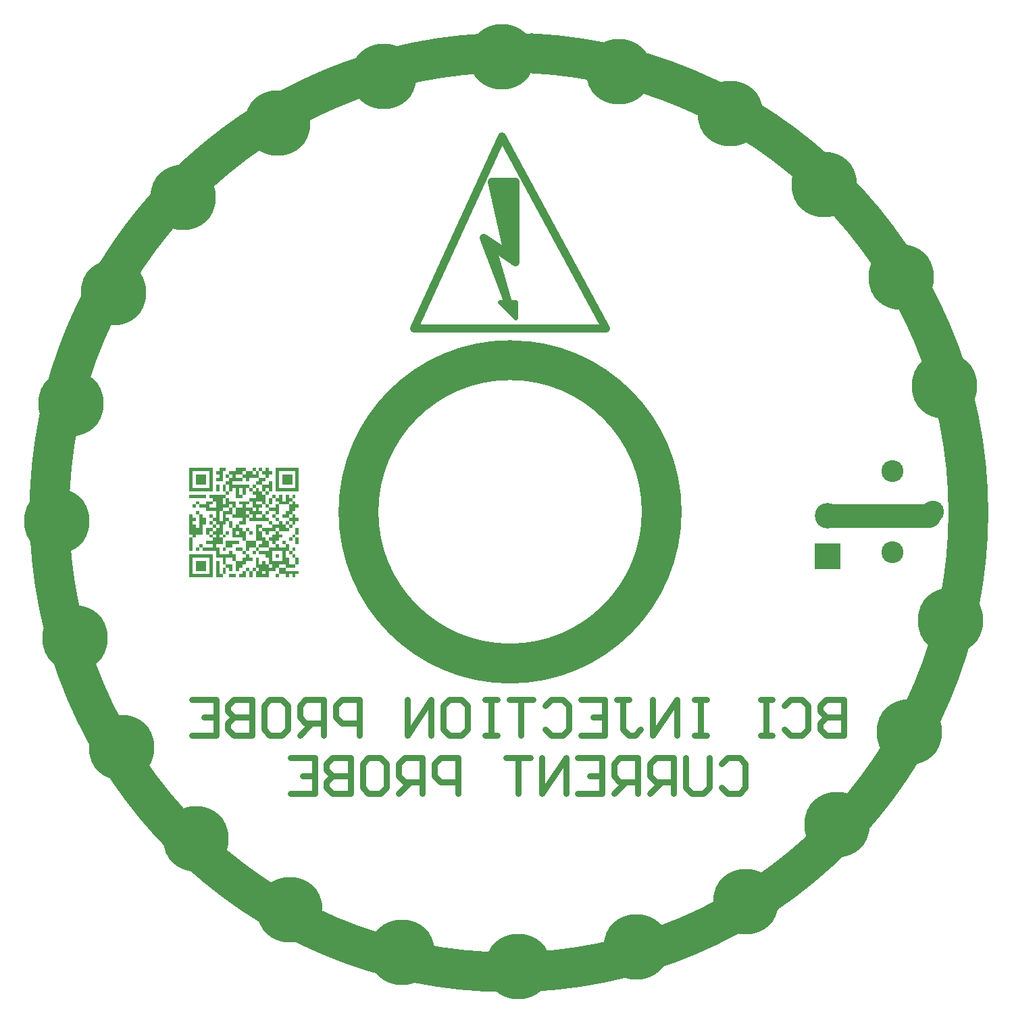
<source format=gbr>
%TF.GenerationSoftware,Altium Limited,Altium Designer,21.0.9 (235)*%
G04 Layer_Color=16711935*
%FSLAX45Y45*%
%MOMM*%
%TF.SameCoordinates,F7A25A3E-D5AF-42C8-93B9-E033C83BC228*%
%TF.FilePolarity,Negative*%
%TF.FileFunction,Soldermask,Bot*%
%TF.Part,Single*%
G01*
G75*
%TA.AperFunction,NonConductor*%
%ADD15C,5.00000*%
%ADD16C,1.00000*%
%ADD17C,3.00000*%
%ADD18C,0.60000*%
%ADD19C,0.80000*%
%TA.AperFunction,ViaPad*%
%ADD20C,8.20320*%
%ADD21C,3.20320*%
%ADD22R,3.20320X3.20320*%
%TA.AperFunction,ComponentPad*%
%ADD23C,2.75320*%
G36*
X70000Y3159571D02*
X57300Y3154311D01*
X56667Y3154944D01*
X45853Y3159423D01*
X40000Y3160000D01*
X0D01*
X-178188Y4120235D01*
X-170068Y4130000D01*
X70000D01*
Y3159571D01*
D02*
G37*
G36*
X-3021467Y542333D02*
Y536400D01*
Y530467D01*
Y524533D01*
Y518600D01*
Y512667D01*
Y506733D01*
X-2979933D01*
Y500800D01*
Y494867D01*
Y488933D01*
Y483000D01*
Y477067D01*
Y471133D01*
Y465200D01*
X-3021467D01*
Y459267D01*
Y453333D01*
Y447400D01*
Y441467D01*
Y435533D01*
Y429600D01*
Y423667D01*
X-3063000D01*
Y429600D01*
Y435533D01*
Y441467D01*
Y447400D01*
Y453333D01*
Y459267D01*
Y465200D01*
X-3104533D01*
Y471133D01*
Y477067D01*
Y483000D01*
Y488933D01*
Y494867D01*
Y500800D01*
Y506733D01*
X-3146067D01*
Y512667D01*
Y518600D01*
Y524533D01*
Y530467D01*
Y536400D01*
Y542333D01*
Y548267D01*
X-3104533D01*
Y542333D01*
Y536400D01*
Y530467D01*
Y524533D01*
Y518600D01*
Y512667D01*
Y506733D01*
X-3063000D01*
Y512667D01*
Y518600D01*
Y524533D01*
Y530467D01*
Y536400D01*
Y542333D01*
Y548267D01*
X-3021467D01*
Y542333D01*
D02*
G37*
G36*
X-3187600D02*
Y536400D01*
Y530467D01*
Y524533D01*
Y518600D01*
Y512667D01*
Y506733D01*
X-3146067D01*
Y500800D01*
Y494867D01*
Y488933D01*
Y483000D01*
Y477067D01*
Y471133D01*
Y465200D01*
Y459267D01*
Y453333D01*
Y447400D01*
Y441467D01*
Y435533D01*
Y429600D01*
Y423667D01*
X-3063000D01*
Y417733D01*
Y411800D01*
Y405867D01*
Y399933D01*
Y394000D01*
Y388067D01*
Y382133D01*
X-3104533D01*
Y376200D01*
Y370267D01*
Y364333D01*
Y358400D01*
Y352467D01*
Y346533D01*
Y340600D01*
X-3021467D01*
Y346533D01*
Y352467D01*
Y358400D01*
Y364333D01*
Y370267D01*
Y376200D01*
Y382133D01*
X-2979933D01*
Y376200D01*
Y370267D01*
Y364333D01*
Y358400D01*
Y352467D01*
Y346533D01*
Y340600D01*
Y334667D01*
Y328733D01*
Y322800D01*
Y316867D01*
Y310933D01*
Y305000D01*
Y299067D01*
Y293133D01*
Y287200D01*
Y281267D01*
Y275333D01*
Y269400D01*
Y263467D01*
Y257533D01*
X-3021467D01*
Y263467D01*
Y269400D01*
Y275333D01*
Y281267D01*
Y287200D01*
Y293133D01*
Y299067D01*
X-3063000D01*
Y293133D01*
Y287200D01*
Y281267D01*
Y275333D01*
Y269400D01*
Y263467D01*
Y257533D01*
X-3021467D01*
Y251600D01*
Y245667D01*
Y239733D01*
Y233800D01*
Y227867D01*
Y221933D01*
Y216000D01*
X-3063000D01*
Y221933D01*
Y227867D01*
Y233800D01*
Y239733D01*
Y245667D01*
Y251600D01*
Y257533D01*
X-3104533D01*
Y263467D01*
Y269400D01*
Y275333D01*
Y281267D01*
Y287200D01*
Y293133D01*
Y299067D01*
Y305000D01*
Y310933D01*
Y316867D01*
Y322800D01*
Y328733D01*
Y334667D01*
Y340600D01*
X-3187600D01*
Y346533D01*
Y352467D01*
Y358400D01*
Y364333D01*
Y370267D01*
Y376200D01*
Y382133D01*
X-3146067D01*
Y388067D01*
Y394000D01*
Y399933D01*
Y405867D01*
Y411800D01*
Y417733D01*
Y423667D01*
X-3270667D01*
Y417733D01*
Y411800D01*
Y405867D01*
Y399933D01*
Y394000D01*
Y388067D01*
Y382133D01*
X-3312200D01*
Y388067D01*
Y394000D01*
Y399933D01*
Y405867D01*
Y411800D01*
Y417733D01*
Y423667D01*
X-3353733D01*
Y429600D01*
Y435533D01*
Y441467D01*
Y447400D01*
Y453333D01*
Y459267D01*
Y465200D01*
X-3436800D01*
Y459267D01*
Y453333D01*
Y447400D01*
Y441467D01*
Y435533D01*
Y429600D01*
Y423667D01*
X-3353733D01*
Y417733D01*
Y411800D01*
Y405867D01*
Y399933D01*
Y394000D01*
Y388067D01*
Y382133D01*
X-3478333D01*
Y376200D01*
Y370267D01*
Y364333D01*
Y358400D01*
Y352467D01*
Y346533D01*
Y340600D01*
X-3270667D01*
Y334667D01*
Y328733D01*
Y322800D01*
Y316867D01*
Y310933D01*
Y305000D01*
Y299067D01*
X-3229133D01*
Y293133D01*
Y287200D01*
Y281267D01*
Y275333D01*
Y269400D01*
Y263467D01*
Y257533D01*
X-3187600D01*
Y263467D01*
Y269400D01*
Y275333D01*
Y281267D01*
Y287200D01*
Y293133D01*
Y299067D01*
X-3229133D01*
Y305000D01*
Y310933D01*
Y316867D01*
Y322800D01*
Y328733D01*
Y334667D01*
Y340600D01*
X-3187600D01*
Y334667D01*
Y328733D01*
Y322800D01*
Y316867D01*
Y310933D01*
Y305000D01*
Y299067D01*
X-3146067D01*
Y293133D01*
Y287200D01*
Y281267D01*
Y275333D01*
Y269400D01*
Y263467D01*
Y257533D01*
X-3104533D01*
Y251600D01*
Y245667D01*
Y239733D01*
Y233800D01*
Y227867D01*
Y221933D01*
Y216000D01*
X-3063000D01*
Y210067D01*
Y204133D01*
Y198200D01*
Y192267D01*
Y186333D01*
Y180400D01*
Y174467D01*
Y168533D01*
Y162600D01*
Y156667D01*
Y150733D01*
Y144800D01*
Y138867D01*
Y132933D01*
Y127000D01*
Y121067D01*
Y115133D01*
Y109200D01*
Y103267D01*
Y97333D01*
Y91400D01*
X-3021467D01*
Y85467D01*
Y79533D01*
Y73600D01*
Y67667D01*
Y61733D01*
Y55800D01*
Y49867D01*
X-2938400D01*
Y55800D01*
Y61733D01*
Y67667D01*
Y73600D01*
Y79533D01*
Y85467D01*
Y91400D01*
X-2896867D01*
Y85467D01*
Y79533D01*
Y73600D01*
Y67667D01*
Y61733D01*
Y55800D01*
Y49867D01*
Y43933D01*
Y38000D01*
Y32067D01*
Y26133D01*
Y20200D01*
Y14267D01*
Y8333D01*
Y2400D01*
Y-3533D01*
Y-9467D01*
Y-15400D01*
Y-21333D01*
Y-27267D01*
Y-33200D01*
X-2938400D01*
Y-27267D01*
Y-21333D01*
Y-15400D01*
Y-9467D01*
Y-3533D01*
Y2400D01*
Y8333D01*
X-3021467D01*
Y14267D01*
Y20200D01*
Y26133D01*
Y32067D01*
Y38000D01*
Y43933D01*
Y49867D01*
X-3063000D01*
Y55800D01*
Y61733D01*
Y67667D01*
Y73600D01*
Y79533D01*
Y85467D01*
Y91400D01*
X-3104533D01*
Y97333D01*
Y103267D01*
Y109200D01*
Y115133D01*
Y121067D01*
Y127000D01*
Y132933D01*
X-3187600D01*
Y127000D01*
Y121067D01*
Y115133D01*
Y109200D01*
Y103267D01*
Y97333D01*
Y91400D01*
X-3104533D01*
Y85467D01*
Y79533D01*
Y73600D01*
Y67667D01*
Y61733D01*
Y55800D01*
Y49867D01*
X-3146067D01*
Y43933D01*
Y38000D01*
Y32067D01*
Y26133D01*
Y20200D01*
Y14267D01*
Y8333D01*
X-3104533D01*
Y2400D01*
Y-3533D01*
Y-9467D01*
Y-15400D01*
Y-21333D01*
Y-27267D01*
Y-33200D01*
X-3063000D01*
Y-39133D01*
Y-45067D01*
Y-51000D01*
Y-56933D01*
Y-62867D01*
Y-68800D01*
Y-74733D01*
X-3021467D01*
Y-80667D01*
Y-86600D01*
Y-92533D01*
Y-98467D01*
Y-104400D01*
Y-110333D01*
Y-116267D01*
X-2979933D01*
Y-122200D01*
Y-128133D01*
Y-134067D01*
Y-140000D01*
Y-145933D01*
Y-151867D01*
Y-157800D01*
X-2896867D01*
Y-151867D01*
Y-145933D01*
Y-140000D01*
Y-134067D01*
Y-128133D01*
Y-122200D01*
Y-116267D01*
X-2938400D01*
Y-110333D01*
Y-104400D01*
Y-98467D01*
Y-92533D01*
Y-86600D01*
Y-80667D01*
Y-74733D01*
X-2979933D01*
Y-68800D01*
Y-62867D01*
Y-56933D01*
Y-51000D01*
Y-45067D01*
Y-39133D01*
Y-33200D01*
X-2938400D01*
Y-39133D01*
Y-45067D01*
Y-51000D01*
Y-56933D01*
Y-62867D01*
Y-68800D01*
Y-74733D01*
X-2896867D01*
Y-80667D01*
Y-86600D01*
Y-92533D01*
Y-98467D01*
Y-104400D01*
Y-110333D01*
Y-116267D01*
X-2855333D01*
Y-122200D01*
Y-128133D01*
Y-134067D01*
Y-140000D01*
Y-145933D01*
Y-151867D01*
Y-157800D01*
X-2813800D01*
Y-163733D01*
Y-169667D01*
Y-175600D01*
Y-181533D01*
Y-187467D01*
Y-193400D01*
Y-199333D01*
X-2772266D01*
Y-205267D01*
Y-211200D01*
Y-217133D01*
Y-223067D01*
Y-229000D01*
Y-234933D01*
Y-240867D01*
X-2896867D01*
Y-234933D01*
Y-229000D01*
Y-223067D01*
Y-217133D01*
Y-211200D01*
Y-205267D01*
Y-199333D01*
X-2938400D01*
Y-205267D01*
Y-211200D01*
Y-217133D01*
Y-223067D01*
Y-229000D01*
Y-234933D01*
Y-240867D01*
X-2896867D01*
Y-246800D01*
Y-252733D01*
Y-258667D01*
Y-264600D01*
Y-270533D01*
Y-276467D01*
Y-282400D01*
X-2855333D01*
Y-288333D01*
Y-294267D01*
Y-300200D01*
Y-306133D01*
Y-312067D01*
Y-318000D01*
Y-323933D01*
X-2896867D01*
Y-329867D01*
Y-335800D01*
Y-341733D01*
Y-347667D01*
Y-353600D01*
Y-359533D01*
Y-365467D01*
X-2938400D01*
Y-371400D01*
Y-377333D01*
Y-383267D01*
Y-389200D01*
Y-395133D01*
Y-401067D01*
Y-407000D01*
X-2896867D01*
Y-412933D01*
Y-418867D01*
Y-424800D01*
Y-430733D01*
Y-436667D01*
Y-442600D01*
Y-448533D01*
X-2813800D01*
Y-442600D01*
Y-436667D01*
Y-430733D01*
Y-424800D01*
Y-418867D01*
Y-412933D01*
Y-407000D01*
X-2855333D01*
Y-401067D01*
Y-395133D01*
Y-389200D01*
Y-383267D01*
Y-377333D01*
Y-371400D01*
Y-365467D01*
X-2813800D01*
Y-371400D01*
Y-377333D01*
Y-383267D01*
Y-389200D01*
Y-395133D01*
Y-401067D01*
Y-407000D01*
X-2772266D01*
Y-412933D01*
Y-418867D01*
Y-424800D01*
Y-430733D01*
Y-436667D01*
Y-442600D01*
Y-448533D01*
Y-454467D01*
Y-460400D01*
Y-466333D01*
Y-472267D01*
Y-478200D01*
Y-484133D01*
Y-490067D01*
X-2730733D01*
Y-496000D01*
Y-501933D01*
Y-507867D01*
Y-513800D01*
Y-519733D01*
Y-525667D01*
Y-531600D01*
X-2689200D01*
Y-537533D01*
Y-543467D01*
Y-549400D01*
Y-555333D01*
Y-561267D01*
Y-567200D01*
Y-573133D01*
X-2647667D01*
Y-579067D01*
Y-585000D01*
Y-590933D01*
Y-596867D01*
Y-602800D01*
Y-608733D01*
Y-614667D01*
Y-620600D01*
Y-626533D01*
Y-632467D01*
Y-638400D01*
Y-644333D01*
Y-650267D01*
Y-656200D01*
X-2689200D01*
Y-650267D01*
Y-644333D01*
Y-638400D01*
Y-632467D01*
Y-626533D01*
Y-620600D01*
Y-614667D01*
Y-608733D01*
Y-602800D01*
Y-596867D01*
Y-590933D01*
Y-585000D01*
Y-579067D01*
Y-573133D01*
X-2730733D01*
Y-567200D01*
Y-561267D01*
Y-555333D01*
Y-549400D01*
Y-543467D01*
Y-537533D01*
Y-531600D01*
X-2772266D01*
Y-525667D01*
Y-519733D01*
Y-513800D01*
Y-507867D01*
Y-501933D01*
Y-496000D01*
Y-490067D01*
X-2813800D01*
Y-496000D01*
Y-501933D01*
Y-507867D01*
Y-513800D01*
Y-519733D01*
Y-525667D01*
Y-531600D01*
Y-537533D01*
Y-543467D01*
Y-549400D01*
Y-555333D01*
Y-561267D01*
Y-567200D01*
Y-573133D01*
X-2772266D01*
Y-579067D01*
Y-585000D01*
Y-590933D01*
Y-596867D01*
Y-602800D01*
Y-608733D01*
Y-614667D01*
Y-620600D01*
Y-626533D01*
Y-632467D01*
Y-638400D01*
Y-644333D01*
Y-650267D01*
Y-656200D01*
X-2689200D01*
Y-662133D01*
Y-668067D01*
Y-674000D01*
Y-679933D01*
Y-685867D01*
Y-691800D01*
Y-697733D01*
X-2813800D01*
Y-691800D01*
Y-685867D01*
Y-679933D01*
Y-674000D01*
Y-668067D01*
Y-662133D01*
Y-656200D01*
X-2896867D01*
Y-662133D01*
Y-668067D01*
Y-674000D01*
Y-679933D01*
Y-685867D01*
Y-691800D01*
Y-697733D01*
X-2813800D01*
Y-703667D01*
Y-709600D01*
Y-715533D01*
Y-721467D01*
Y-727400D01*
Y-733333D01*
Y-739267D01*
X-2647667D01*
Y-745200D01*
Y-751133D01*
Y-757067D01*
Y-763000D01*
Y-768933D01*
Y-774867D01*
Y-780800D01*
X-2689200D01*
Y-786733D01*
Y-792667D01*
Y-798600D01*
Y-804533D01*
Y-810467D01*
Y-816400D01*
Y-822333D01*
X-2730733D01*
Y-816400D01*
Y-810467D01*
Y-804533D01*
Y-798600D01*
Y-792667D01*
Y-786733D01*
Y-780800D01*
X-2772266D01*
Y-786733D01*
Y-792667D01*
Y-798600D01*
Y-804533D01*
Y-810467D01*
Y-816400D01*
Y-822333D01*
X-2813800D01*
Y-816400D01*
Y-810467D01*
Y-804533D01*
Y-798600D01*
Y-792667D01*
Y-786733D01*
Y-780800D01*
X-2896867D01*
Y-774867D01*
Y-768933D01*
Y-763000D01*
Y-757067D01*
Y-751133D01*
Y-745200D01*
Y-739267D01*
Y-733333D01*
Y-727400D01*
Y-721467D01*
Y-715533D01*
Y-709600D01*
Y-703667D01*
Y-697733D01*
X-2938400D01*
Y-703667D01*
Y-709600D01*
Y-715533D01*
Y-721467D01*
Y-727400D01*
Y-733333D01*
Y-739267D01*
X-3021467D01*
Y-745200D01*
Y-751133D01*
Y-757067D01*
Y-763000D01*
Y-768933D01*
Y-774867D01*
Y-780800D01*
Y-786733D01*
Y-792667D01*
Y-798600D01*
Y-804533D01*
Y-810467D01*
Y-816400D01*
Y-822333D01*
X-3187600D01*
Y-816400D01*
Y-810467D01*
Y-804533D01*
Y-798600D01*
Y-792667D01*
Y-786733D01*
Y-780800D01*
Y-774867D01*
Y-768933D01*
Y-763000D01*
Y-757067D01*
Y-751133D01*
Y-745200D01*
Y-739267D01*
X-3229133D01*
Y-733333D01*
Y-727400D01*
Y-721467D01*
Y-715533D01*
Y-709600D01*
Y-703667D01*
Y-697733D01*
X-3187600D01*
Y-703667D01*
Y-709600D01*
Y-715533D01*
Y-721467D01*
Y-727400D01*
Y-733333D01*
Y-739267D01*
X-3146067D01*
Y-733333D01*
Y-727400D01*
Y-721467D01*
Y-715533D01*
Y-709600D01*
Y-703667D01*
Y-697733D01*
X-3187600D01*
Y-691800D01*
Y-685867D01*
Y-679933D01*
Y-674000D01*
Y-668067D01*
Y-662133D01*
Y-656200D01*
Y-650267D01*
Y-644333D01*
Y-638400D01*
Y-632467D01*
Y-626533D01*
Y-620600D01*
Y-614667D01*
Y-608733D01*
Y-602800D01*
Y-596867D01*
Y-590933D01*
Y-585000D01*
Y-579067D01*
Y-573133D01*
X-3146067D01*
Y-579067D01*
Y-585000D01*
Y-590933D01*
Y-596867D01*
Y-602800D01*
Y-608733D01*
Y-614667D01*
Y-620600D01*
Y-626533D01*
Y-632467D01*
Y-638400D01*
Y-644333D01*
Y-650267D01*
Y-656200D01*
X-3104533D01*
Y-650267D01*
Y-644333D01*
Y-638400D01*
Y-632467D01*
Y-626533D01*
Y-620600D01*
Y-614667D01*
X-3063000D01*
Y-620600D01*
Y-626533D01*
Y-632467D01*
Y-638400D01*
Y-644333D01*
Y-650267D01*
Y-656200D01*
X-3021467D01*
Y-662133D01*
Y-668067D01*
Y-674000D01*
Y-679933D01*
Y-685867D01*
Y-691800D01*
Y-697733D01*
X-2979933D01*
Y-691800D01*
Y-685867D01*
Y-679933D01*
Y-674000D01*
Y-668067D01*
Y-662133D01*
Y-656200D01*
X-3021467D01*
Y-650267D01*
Y-644333D01*
Y-638400D01*
Y-632467D01*
Y-626533D01*
Y-620600D01*
Y-614667D01*
Y-608733D01*
Y-602800D01*
Y-596867D01*
Y-590933D01*
Y-585000D01*
Y-579067D01*
Y-573133D01*
X-3063000D01*
Y-567200D01*
Y-561267D01*
Y-555333D01*
Y-549400D01*
Y-543467D01*
Y-537533D01*
Y-531600D01*
X-3146067D01*
Y-525667D01*
Y-519733D01*
Y-513800D01*
Y-507867D01*
Y-501933D01*
Y-496000D01*
Y-490067D01*
X-3187600D01*
Y-484133D01*
Y-478200D01*
Y-472267D01*
Y-466333D01*
Y-460400D01*
Y-454467D01*
Y-448533D01*
X-3270667D01*
Y-454467D01*
Y-460400D01*
Y-466333D01*
Y-472267D01*
Y-478200D01*
Y-484133D01*
Y-490067D01*
X-3312200D01*
Y-484133D01*
Y-478200D01*
Y-472267D01*
Y-466333D01*
Y-460400D01*
Y-454467D01*
Y-448533D01*
Y-442600D01*
Y-436667D01*
Y-430733D01*
Y-424800D01*
Y-418867D01*
Y-412933D01*
Y-407000D01*
Y-401067D01*
Y-395133D01*
Y-389200D01*
Y-383267D01*
Y-377333D01*
Y-371400D01*
Y-365467D01*
X-3353733D01*
Y-359533D01*
Y-353600D01*
Y-347667D01*
Y-341733D01*
Y-335800D01*
Y-329867D01*
Y-323933D01*
X-3478333D01*
Y-318000D01*
Y-312067D01*
Y-306133D01*
Y-300200D01*
Y-294267D01*
Y-288333D01*
Y-282400D01*
Y-276467D01*
Y-270533D01*
Y-264600D01*
Y-258667D01*
Y-252733D01*
Y-246800D01*
Y-240867D01*
Y-234933D01*
Y-229000D01*
Y-223067D01*
Y-217133D01*
Y-211200D01*
Y-205267D01*
Y-199333D01*
X-3519867D01*
Y-193400D01*
Y-187467D01*
Y-181533D01*
Y-175600D01*
Y-169667D01*
Y-163733D01*
Y-157800D01*
Y-151867D01*
Y-145933D01*
Y-140000D01*
Y-134067D01*
Y-128133D01*
Y-122200D01*
Y-116267D01*
X-3561400D01*
Y-122200D01*
Y-128133D01*
Y-134067D01*
Y-140000D01*
Y-145933D01*
Y-151867D01*
Y-157800D01*
X-3602933D01*
Y-163733D01*
Y-169667D01*
Y-175600D01*
Y-181533D01*
Y-187467D01*
Y-193400D01*
Y-199333D01*
Y-205267D01*
Y-211200D01*
Y-217133D01*
Y-223067D01*
Y-229000D01*
Y-234933D01*
Y-240867D01*
Y-246800D01*
Y-252733D01*
Y-258667D01*
Y-264600D01*
Y-270533D01*
Y-276467D01*
Y-282400D01*
X-3561400D01*
Y-288333D01*
Y-294267D01*
Y-300200D01*
Y-306133D01*
Y-312067D01*
Y-318000D01*
Y-323933D01*
X-3602933D01*
Y-318000D01*
Y-312067D01*
Y-306133D01*
Y-300200D01*
Y-294267D01*
Y-288333D01*
Y-282400D01*
X-3644467D01*
Y-288333D01*
Y-294267D01*
Y-300200D01*
Y-306133D01*
Y-312067D01*
Y-318000D01*
Y-323933D01*
X-3602933D01*
Y-329867D01*
Y-335800D01*
Y-341733D01*
Y-347667D01*
Y-353600D01*
Y-359533D01*
Y-365467D01*
Y-371400D01*
Y-377333D01*
Y-383267D01*
Y-389200D01*
Y-395133D01*
Y-401067D01*
Y-407000D01*
X-3686000D01*
Y-412933D01*
Y-418867D01*
Y-424800D01*
Y-430733D01*
Y-436667D01*
Y-442600D01*
Y-448533D01*
X-3644467D01*
Y-454467D01*
Y-460400D01*
Y-466333D01*
Y-472267D01*
Y-478200D01*
Y-484133D01*
Y-490067D01*
Y-496000D01*
Y-501933D01*
Y-507867D01*
Y-513800D01*
Y-519733D01*
Y-525667D01*
Y-531600D01*
X-3519867D01*
Y-525667D01*
Y-519733D01*
Y-513800D01*
Y-507867D01*
Y-501933D01*
Y-496000D01*
Y-490067D01*
X-3478333D01*
Y-496000D01*
Y-501933D01*
Y-507867D01*
Y-513800D01*
Y-519733D01*
Y-525667D01*
Y-531600D01*
X-3436800D01*
Y-537533D01*
Y-543467D01*
Y-549400D01*
Y-555333D01*
Y-561267D01*
Y-567200D01*
Y-573133D01*
Y-579067D01*
Y-585000D01*
Y-590933D01*
Y-596867D01*
Y-602800D01*
Y-608733D01*
Y-614667D01*
X-3353733D01*
Y-608733D01*
Y-602800D01*
Y-596867D01*
Y-590933D01*
Y-585000D01*
Y-579067D01*
Y-573133D01*
X-3312200D01*
Y-567200D01*
Y-561267D01*
Y-555333D01*
Y-549400D01*
Y-543467D01*
Y-537533D01*
Y-531600D01*
X-3353733D01*
Y-525667D01*
Y-519733D01*
Y-513800D01*
Y-507867D01*
Y-501933D01*
Y-496000D01*
Y-490067D01*
X-3436800D01*
Y-484133D01*
Y-478200D01*
Y-472267D01*
Y-466333D01*
Y-460400D01*
Y-454467D01*
Y-448533D01*
X-3353733D01*
Y-454467D01*
Y-460400D01*
Y-466333D01*
Y-472267D01*
Y-478200D01*
Y-484133D01*
Y-490067D01*
X-3312200D01*
Y-496000D01*
Y-501933D01*
Y-507867D01*
Y-513800D01*
Y-519733D01*
Y-525667D01*
Y-531600D01*
X-3270667D01*
Y-537533D01*
Y-543467D01*
Y-549400D01*
Y-555333D01*
Y-561267D01*
Y-567200D01*
Y-573133D01*
X-3229133D01*
Y-579067D01*
Y-585000D01*
Y-590933D01*
Y-596867D01*
Y-602800D01*
Y-608733D01*
Y-614667D01*
X-3312200D01*
Y-620600D01*
Y-626533D01*
Y-632467D01*
Y-638400D01*
Y-644333D01*
Y-650267D01*
Y-656200D01*
X-3353733D01*
Y-662133D01*
Y-668067D01*
Y-674000D01*
Y-679933D01*
Y-685867D01*
Y-691800D01*
Y-697733D01*
X-3395267D01*
Y-703667D01*
Y-709600D01*
Y-715533D01*
Y-721467D01*
Y-727400D01*
Y-733333D01*
Y-739267D01*
X-3436800D01*
Y-733333D01*
Y-727400D01*
Y-721467D01*
Y-715533D01*
Y-709600D01*
Y-703667D01*
Y-697733D01*
Y-691800D01*
Y-685867D01*
Y-679933D01*
Y-674000D01*
Y-668067D01*
Y-662133D01*
Y-656200D01*
Y-650267D01*
Y-644333D01*
Y-638400D01*
Y-632467D01*
Y-626533D01*
Y-620600D01*
Y-614667D01*
X-3478333D01*
Y-608733D01*
Y-602800D01*
Y-596867D01*
Y-590933D01*
Y-585000D01*
Y-579067D01*
Y-573133D01*
X-3561400D01*
Y-579067D01*
Y-585000D01*
Y-590933D01*
Y-596867D01*
Y-602800D01*
Y-608733D01*
Y-614667D01*
Y-620600D01*
Y-626533D01*
Y-632467D01*
Y-638400D01*
Y-644333D01*
Y-650267D01*
Y-656200D01*
X-3478333D01*
Y-662133D01*
Y-668067D01*
Y-674000D01*
Y-679933D01*
Y-685867D01*
Y-691800D01*
Y-697733D01*
Y-703667D01*
Y-709600D01*
Y-715533D01*
Y-721467D01*
Y-727400D01*
Y-733333D01*
Y-739267D01*
X-3519867D01*
Y-733333D01*
Y-727400D01*
Y-721467D01*
Y-715533D01*
Y-709600D01*
Y-703667D01*
Y-697733D01*
X-3561400D01*
Y-691800D01*
Y-685867D01*
Y-679933D01*
Y-674000D01*
Y-668067D01*
Y-662133D01*
Y-656200D01*
X-3602933D01*
Y-650267D01*
Y-644333D01*
Y-638400D01*
Y-632467D01*
Y-626533D01*
Y-620600D01*
Y-614667D01*
Y-608733D01*
Y-602800D01*
Y-596867D01*
Y-590933D01*
Y-585000D01*
Y-579067D01*
Y-573133D01*
X-3686000D01*
Y-567200D01*
Y-561267D01*
Y-555333D01*
Y-549400D01*
Y-543467D01*
Y-537533D01*
Y-531600D01*
Y-525667D01*
Y-519733D01*
Y-513800D01*
Y-507867D01*
Y-501933D01*
Y-496000D01*
Y-490067D01*
X-3852133D01*
Y-484133D01*
Y-478200D01*
Y-472267D01*
Y-466333D01*
Y-460400D01*
Y-454467D01*
Y-448533D01*
X-3893667D01*
Y-442600D01*
Y-436667D01*
Y-430733D01*
Y-424800D01*
Y-418867D01*
Y-412933D01*
Y-407000D01*
X-3852133D01*
Y-412933D01*
Y-418867D01*
Y-424800D01*
Y-430733D01*
Y-436667D01*
Y-442600D01*
Y-448533D01*
X-3727533D01*
Y-442600D01*
Y-436667D01*
Y-430733D01*
Y-424800D01*
Y-418867D01*
Y-412933D01*
Y-407000D01*
X-3810600D01*
Y-401067D01*
Y-395133D01*
Y-389200D01*
Y-383267D01*
Y-377333D01*
Y-371400D01*
Y-365467D01*
X-3727533D01*
Y-359533D01*
Y-353600D01*
Y-347667D01*
Y-341733D01*
Y-335800D01*
Y-329867D01*
Y-323933D01*
X-3769067D01*
Y-318000D01*
Y-312067D01*
Y-306133D01*
Y-300200D01*
Y-294267D01*
Y-288333D01*
Y-282400D01*
X-3810600D01*
Y-276467D01*
Y-270533D01*
Y-264600D01*
Y-258667D01*
Y-252733D01*
Y-246800D01*
Y-240867D01*
Y-234933D01*
Y-229000D01*
Y-223067D01*
Y-217133D01*
Y-211200D01*
Y-205267D01*
Y-199333D01*
X-3727533D01*
Y-205267D01*
Y-211200D01*
Y-217133D01*
Y-223067D01*
Y-229000D01*
Y-234933D01*
Y-240867D01*
X-3686000D01*
Y-234933D01*
Y-229000D01*
Y-223067D01*
Y-217133D01*
Y-211200D01*
Y-205267D01*
Y-199333D01*
X-3727533D01*
Y-193400D01*
Y-187467D01*
Y-181533D01*
Y-175600D01*
Y-169667D01*
Y-163733D01*
Y-157800D01*
X-3769067D01*
Y-151867D01*
Y-145933D01*
Y-140000D01*
Y-134067D01*
Y-128133D01*
Y-122200D01*
Y-116267D01*
X-3727533D01*
Y-122200D01*
Y-128133D01*
Y-134067D01*
Y-140000D01*
Y-145933D01*
Y-151867D01*
Y-157800D01*
X-3686000D01*
Y-163733D01*
Y-169667D01*
Y-175600D01*
Y-181533D01*
Y-187467D01*
Y-193400D01*
Y-199333D01*
X-3644467D01*
Y-193400D01*
Y-187467D01*
Y-181533D01*
Y-175600D01*
Y-169667D01*
Y-163733D01*
Y-157800D01*
X-3686000D01*
Y-151867D01*
Y-145933D01*
Y-140000D01*
Y-134067D01*
Y-128133D01*
Y-122200D01*
Y-116267D01*
X-3727533D01*
Y-110333D01*
Y-104400D01*
Y-98467D01*
Y-92533D01*
Y-86600D01*
Y-80667D01*
Y-74733D01*
X-3769067D01*
Y-68800D01*
Y-62867D01*
Y-56933D01*
Y-51000D01*
Y-45067D01*
Y-39133D01*
Y-33200D01*
X-3727533D01*
Y-39133D01*
Y-45067D01*
Y-51000D01*
Y-56933D01*
Y-62867D01*
Y-68800D01*
Y-74733D01*
X-3686000D01*
Y-68800D01*
Y-62867D01*
Y-56933D01*
Y-51000D01*
Y-45067D01*
Y-39133D01*
Y-33200D01*
Y-27267D01*
Y-21333D01*
Y-15400D01*
Y-9467D01*
Y-3533D01*
Y2400D01*
Y8333D01*
X-3810600D01*
Y14267D01*
Y20200D01*
Y26133D01*
Y32067D01*
Y38000D01*
Y43933D01*
Y49867D01*
X-3893667D01*
Y55800D01*
Y61733D01*
Y67667D01*
Y73600D01*
Y79533D01*
Y85467D01*
Y91400D01*
X-3935200D01*
Y97333D01*
Y103267D01*
Y109200D01*
Y115133D01*
Y121067D01*
Y127000D01*
Y132933D01*
X-3893667D01*
Y127000D01*
Y121067D01*
Y115133D01*
Y109200D01*
Y103267D01*
Y97333D01*
Y91400D01*
X-3810600D01*
Y97333D01*
Y103267D01*
Y109200D01*
Y115133D01*
Y121067D01*
Y127000D01*
Y132933D01*
X-3727533D01*
Y127000D01*
Y121067D01*
Y115133D01*
Y109200D01*
Y103267D01*
Y97333D01*
Y91400D01*
X-3769067D01*
Y85467D01*
Y79533D01*
Y73600D01*
Y67667D01*
Y61733D01*
Y55800D01*
Y49867D01*
X-3686000D01*
Y55800D01*
Y61733D01*
Y67667D01*
Y73600D01*
Y79533D01*
Y85467D01*
Y91400D01*
Y97333D01*
Y103267D01*
Y109200D01*
Y115133D01*
Y121067D01*
Y127000D01*
Y132933D01*
X-3727533D01*
Y138867D01*
Y144800D01*
Y150733D01*
Y156667D01*
Y162600D01*
Y168533D01*
Y174467D01*
X-3769067D01*
Y180400D01*
Y186333D01*
Y192267D01*
Y198200D01*
Y204133D01*
Y210067D01*
Y216000D01*
X-3561400D01*
Y210067D01*
Y204133D01*
Y198200D01*
Y192267D01*
Y186333D01*
Y180400D01*
Y174467D01*
X-3519867D01*
Y168533D01*
Y162600D01*
Y156667D01*
Y150733D01*
Y144800D01*
Y138867D01*
Y132933D01*
X-3436800D01*
Y127000D01*
Y121067D01*
Y115133D01*
Y109200D01*
Y103267D01*
Y97333D01*
Y91400D01*
Y85467D01*
Y79533D01*
Y73600D01*
Y67667D01*
Y61733D01*
Y55800D01*
Y49867D01*
X-3353733D01*
Y55800D01*
Y61733D01*
Y67667D01*
Y73600D01*
Y79533D01*
Y85467D01*
Y91400D01*
X-3395267D01*
Y97333D01*
Y103267D01*
Y109200D01*
Y115133D01*
Y121067D01*
Y127000D01*
Y132933D01*
X-3270667D01*
Y127000D01*
Y121067D01*
Y115133D01*
Y109200D01*
Y103267D01*
Y97333D01*
Y91400D01*
X-3312200D01*
Y85467D01*
Y79533D01*
Y73600D01*
Y67667D01*
Y61733D01*
Y55800D01*
Y49867D01*
X-3229133D01*
Y43933D01*
Y38000D01*
Y32067D01*
Y26133D01*
Y20200D01*
Y14267D01*
Y8333D01*
X-3187600D01*
Y14267D01*
Y20200D01*
Y26133D01*
Y32067D01*
Y38000D01*
Y43933D01*
Y49867D01*
X-3229133D01*
Y55800D01*
Y61733D01*
Y67667D01*
Y73600D01*
Y79533D01*
Y85467D01*
Y91400D01*
Y97333D01*
Y103267D01*
Y109200D01*
Y115133D01*
Y121067D01*
Y127000D01*
Y132933D01*
X-3270667D01*
Y138867D01*
Y144800D01*
Y150733D01*
Y156667D01*
Y162600D01*
Y168533D01*
Y174467D01*
X-3187600D01*
Y180400D01*
Y186333D01*
Y192267D01*
Y198200D01*
Y204133D01*
Y210067D01*
Y216000D01*
X-3229133D01*
Y221933D01*
Y227867D01*
Y233800D01*
Y239733D01*
Y245667D01*
Y251600D01*
Y257533D01*
X-3270667D01*
Y263467D01*
Y269400D01*
Y275333D01*
Y281267D01*
Y287200D01*
Y293133D01*
Y299067D01*
X-3312200D01*
Y293133D01*
Y287200D01*
Y281267D01*
Y275333D01*
Y269400D01*
Y263467D01*
Y257533D01*
Y251600D01*
Y245667D01*
Y239733D01*
Y233800D01*
Y227867D01*
Y221933D01*
Y216000D01*
X-3353733D01*
Y221933D01*
Y227867D01*
Y233800D01*
Y239733D01*
Y245667D01*
Y251600D01*
Y257533D01*
Y263467D01*
Y269400D01*
Y275333D01*
Y281267D01*
Y287200D01*
Y293133D01*
Y299067D01*
X-3395267D01*
Y293133D01*
Y287200D01*
Y281267D01*
Y275333D01*
Y269400D01*
Y263467D01*
Y257533D01*
Y251600D01*
Y245667D01*
Y239733D01*
Y233800D01*
Y227867D01*
Y221933D01*
Y216000D01*
X-3353733D01*
Y210067D01*
Y204133D01*
Y198200D01*
Y192267D01*
Y186333D01*
Y180400D01*
Y174467D01*
X-3436800D01*
Y180400D01*
Y186333D01*
Y192267D01*
Y198200D01*
Y204133D01*
Y210067D01*
Y216000D01*
Y221933D01*
Y227867D01*
Y233800D01*
Y239733D01*
Y245667D01*
Y251600D01*
Y257533D01*
Y263467D01*
Y269400D01*
Y275333D01*
Y281267D01*
Y287200D01*
Y293133D01*
Y299067D01*
X-3478333D01*
Y293133D01*
Y287200D01*
Y281267D01*
Y275333D01*
Y269400D01*
Y263467D01*
Y257533D01*
X-3519867D01*
Y263467D01*
Y269400D01*
Y275333D01*
Y281267D01*
Y287200D01*
Y293133D01*
Y299067D01*
Y305000D01*
Y310933D01*
Y316867D01*
Y322800D01*
Y328733D01*
Y334667D01*
Y340600D01*
X-3561400D01*
Y346533D01*
Y352467D01*
Y358400D01*
Y364333D01*
Y370267D01*
Y376200D01*
Y382133D01*
X-3519867D01*
Y388067D01*
Y394000D01*
Y399933D01*
Y405867D01*
Y411800D01*
Y417733D01*
Y423667D01*
X-3561400D01*
Y429600D01*
Y435533D01*
Y441467D01*
Y447400D01*
Y453333D01*
Y459267D01*
Y465200D01*
X-3519867D01*
Y459267D01*
Y453333D01*
Y447400D01*
Y441467D01*
Y435533D01*
Y429600D01*
Y423667D01*
X-3478333D01*
Y429600D01*
Y435533D01*
Y441467D01*
Y447400D01*
Y453333D01*
Y459267D01*
Y465200D01*
X-3519867D01*
Y471133D01*
Y477067D01*
Y483000D01*
Y488933D01*
Y494867D01*
Y500800D01*
Y506733D01*
X-3436800D01*
Y512667D01*
Y518600D01*
Y524533D01*
Y530467D01*
Y536400D01*
Y542333D01*
Y548267D01*
X-3312200D01*
Y542333D01*
Y536400D01*
Y530467D01*
Y524533D01*
Y518600D01*
Y512667D01*
Y506733D01*
X-3229133D01*
Y500800D01*
Y494867D01*
Y488933D01*
Y483000D01*
Y477067D01*
Y471133D01*
Y465200D01*
X-3187600D01*
Y471133D01*
Y477067D01*
Y483000D01*
Y488933D01*
Y494867D01*
Y500800D01*
Y506733D01*
X-3229133D01*
Y512667D01*
Y518600D01*
Y524533D01*
Y530467D01*
Y536400D01*
Y542333D01*
Y548267D01*
X-3187600D01*
Y542333D01*
D02*
G37*
G36*
X-3561400D02*
Y536400D01*
Y530467D01*
Y524533D01*
Y518600D01*
Y512667D01*
Y506733D01*
X-3602933D01*
Y500800D01*
Y494867D01*
Y488933D01*
Y483000D01*
Y477067D01*
Y471133D01*
Y465200D01*
Y459267D01*
Y453333D01*
Y447400D01*
Y441467D01*
Y435533D01*
Y429600D01*
Y423667D01*
Y417733D01*
Y411800D01*
Y405867D01*
Y399933D01*
Y394000D01*
Y388067D01*
Y382133D01*
X-3686000D01*
Y388067D01*
Y394000D01*
Y399933D01*
Y405867D01*
Y411800D01*
Y417733D01*
Y423667D01*
X-3644467D01*
Y429600D01*
Y435533D01*
Y441467D01*
Y447400D01*
Y453333D01*
Y459267D01*
Y465200D01*
X-3686000D01*
Y471133D01*
Y477067D01*
Y483000D01*
Y488933D01*
Y494867D01*
Y500800D01*
Y506733D01*
X-3644467D01*
Y512667D01*
Y518600D01*
Y524533D01*
Y530467D01*
Y536400D01*
Y542333D01*
Y548267D01*
X-3561400D01*
Y542333D01*
D02*
G37*
G36*
X-2647667D02*
Y536400D01*
Y530467D01*
Y524533D01*
Y518600D01*
Y512667D01*
Y506733D01*
Y500800D01*
Y494867D01*
Y488933D01*
Y483000D01*
Y477067D01*
Y471133D01*
Y465200D01*
Y459267D01*
Y453333D01*
Y447400D01*
Y441467D01*
Y435533D01*
Y429600D01*
Y423667D01*
Y417733D01*
Y411800D01*
Y405867D01*
Y399933D01*
Y394000D01*
Y388067D01*
Y382133D01*
Y376200D01*
Y370267D01*
Y364333D01*
Y358400D01*
Y352467D01*
Y346533D01*
Y340600D01*
Y334667D01*
Y328733D01*
Y322800D01*
Y316867D01*
Y310933D01*
Y305000D01*
Y299067D01*
Y293133D01*
Y287200D01*
Y281267D01*
Y275333D01*
Y269400D01*
Y263467D01*
Y257533D01*
X-2938400D01*
Y263467D01*
Y269400D01*
Y275333D01*
Y281267D01*
Y287200D01*
Y293133D01*
Y299067D01*
Y305000D01*
Y310933D01*
Y316867D01*
Y322800D01*
Y328733D01*
Y334667D01*
Y340600D01*
Y346533D01*
Y352467D01*
Y358400D01*
Y364333D01*
Y370267D01*
Y376200D01*
Y382133D01*
Y388067D01*
Y394000D01*
Y399933D01*
Y405867D01*
Y411800D01*
Y417733D01*
Y423667D01*
Y429600D01*
Y435533D01*
Y441467D01*
Y447400D01*
Y453333D01*
Y459267D01*
Y465200D01*
Y471133D01*
Y477067D01*
Y483000D01*
Y488933D01*
Y494867D01*
Y500800D01*
Y506733D01*
Y512667D01*
Y518600D01*
Y524533D01*
Y530467D01*
Y536400D01*
Y542333D01*
Y548267D01*
X-2647667D01*
Y542333D01*
D02*
G37*
G36*
X-3644467Y334667D02*
Y328733D01*
Y322800D01*
Y316867D01*
Y310933D01*
Y305000D01*
Y299067D01*
Y293133D01*
Y287200D01*
Y281267D01*
Y275333D01*
Y269400D01*
Y263467D01*
Y257533D01*
X-3686000D01*
Y263467D01*
Y269400D01*
Y275333D01*
Y281267D01*
Y287200D01*
Y293133D01*
Y299067D01*
Y305000D01*
Y310933D01*
Y316867D01*
Y322800D01*
Y328733D01*
Y334667D01*
Y340600D01*
X-3644467D01*
Y334667D01*
D02*
G37*
G36*
X-3727533Y542333D02*
Y536400D01*
Y530467D01*
Y524533D01*
Y518600D01*
Y512667D01*
Y506733D01*
Y500800D01*
Y494867D01*
Y488933D01*
Y483000D01*
Y477067D01*
Y471133D01*
Y465200D01*
Y459267D01*
Y453333D01*
Y447400D01*
Y441467D01*
Y435533D01*
Y429600D01*
Y423667D01*
Y417733D01*
Y411800D01*
Y405867D01*
Y399933D01*
Y394000D01*
Y388067D01*
Y382133D01*
Y376200D01*
Y370267D01*
Y364333D01*
Y358400D01*
Y352467D01*
Y346533D01*
Y340600D01*
Y334667D01*
Y328733D01*
Y322800D01*
Y316867D01*
Y310933D01*
Y305000D01*
Y299067D01*
Y293133D01*
Y287200D01*
Y281267D01*
Y275333D01*
Y269400D01*
Y263467D01*
Y257533D01*
X-4018267D01*
Y263467D01*
Y269400D01*
Y275333D01*
Y281267D01*
Y287200D01*
Y293133D01*
Y299067D01*
Y305000D01*
Y310933D01*
Y316867D01*
Y322800D01*
Y328733D01*
Y334667D01*
Y340600D01*
Y346533D01*
Y352467D01*
Y358400D01*
Y364333D01*
Y370267D01*
Y376200D01*
Y382133D01*
Y388067D01*
Y394000D01*
Y399933D01*
Y405867D01*
Y411800D01*
Y417733D01*
Y423667D01*
Y429600D01*
Y435533D01*
Y441467D01*
Y447400D01*
Y453333D01*
Y459267D01*
Y465200D01*
Y471133D01*
Y477067D01*
Y483000D01*
Y488933D01*
Y494867D01*
Y500800D01*
Y506733D01*
Y512667D01*
Y518600D01*
Y524533D01*
Y530467D01*
Y536400D01*
Y542333D01*
Y548267D01*
X-3727533D01*
Y542333D01*
D02*
G37*
G36*
X-3561400Y334667D02*
Y328733D01*
Y322800D01*
Y316867D01*
Y310933D01*
Y305000D01*
Y299067D01*
Y293133D01*
Y287200D01*
Y281267D01*
Y275333D01*
Y269400D01*
Y263467D01*
Y257533D01*
X-3519867D01*
Y251600D01*
Y245667D01*
Y239733D01*
Y233800D01*
Y227867D01*
Y221933D01*
Y216000D01*
X-3561400D01*
Y221933D01*
Y227867D01*
Y233800D01*
Y239733D01*
Y245667D01*
Y251600D01*
Y257533D01*
X-3602933D01*
Y263467D01*
Y269400D01*
Y275333D01*
Y281267D01*
Y287200D01*
Y293133D01*
Y299067D01*
Y305000D01*
Y310933D01*
Y316867D01*
Y322800D01*
Y328733D01*
Y334667D01*
Y340600D01*
X-3561400D01*
Y334667D01*
D02*
G37*
G36*
X-2689200Y210067D02*
Y204133D01*
Y198200D01*
Y192267D01*
Y186333D01*
Y180400D01*
Y174467D01*
X-2730733D01*
Y180400D01*
Y186333D01*
Y192267D01*
Y198200D01*
Y204133D01*
Y210067D01*
Y216000D01*
X-2689200D01*
Y210067D01*
D02*
G37*
G36*
X-3810600D02*
Y204133D01*
Y198200D01*
Y192267D01*
Y186333D01*
Y180400D01*
Y174467D01*
X-4018267D01*
Y180400D01*
Y186333D01*
Y192267D01*
Y198200D01*
Y204133D01*
Y210067D01*
Y216000D01*
X-3810600D01*
Y210067D01*
D02*
G37*
G36*
X-2772266D02*
Y204133D01*
Y198200D01*
Y192267D01*
Y186333D01*
Y180400D01*
Y174467D01*
X-2730733D01*
Y168533D01*
Y162600D01*
Y156667D01*
Y150733D01*
Y144800D01*
Y138867D01*
Y132933D01*
X-2689200D01*
Y127000D01*
Y121067D01*
Y115133D01*
Y109200D01*
Y103267D01*
Y97333D01*
Y91400D01*
X-2647667D01*
Y85467D01*
Y79533D01*
Y73600D01*
Y67667D01*
Y61733D01*
Y55800D01*
Y49867D01*
X-2689200D01*
Y43933D01*
Y38000D01*
Y32067D01*
Y26133D01*
Y20200D01*
Y14267D01*
Y8333D01*
X-2730733D01*
Y2400D01*
Y-3533D01*
Y-9467D01*
Y-15400D01*
Y-21333D01*
Y-27267D01*
Y-33200D01*
X-2689200D01*
Y-39133D01*
Y-45067D01*
Y-51000D01*
Y-56933D01*
Y-62867D01*
Y-68800D01*
Y-74733D01*
X-2647667D01*
Y-80667D01*
Y-86600D01*
Y-92533D01*
Y-98467D01*
Y-104400D01*
Y-110333D01*
Y-116267D01*
X-2689200D01*
Y-122200D01*
Y-128133D01*
Y-134067D01*
Y-140000D01*
Y-145933D01*
Y-151867D01*
Y-157800D01*
X-2730733D01*
Y-151867D01*
Y-145933D01*
Y-140000D01*
Y-134067D01*
Y-128133D01*
Y-122200D01*
Y-116267D01*
X-2772266D01*
Y-110333D01*
Y-104400D01*
Y-98467D01*
Y-92533D01*
Y-86600D01*
Y-80667D01*
Y-74733D01*
X-2855333D01*
Y-68800D01*
Y-62867D01*
Y-56933D01*
Y-51000D01*
Y-45067D01*
Y-39133D01*
Y-33200D01*
X-2813800D01*
Y-27267D01*
Y-21333D01*
Y-15400D01*
Y-9467D01*
Y-3533D01*
Y2400D01*
Y8333D01*
X-2772266D01*
Y14267D01*
Y20200D01*
Y26133D01*
Y32067D01*
Y38000D01*
Y43933D01*
Y49867D01*
Y55800D01*
Y61733D01*
Y67667D01*
Y73600D01*
Y79533D01*
Y85467D01*
Y91400D01*
X-2896867D01*
Y97333D01*
Y103267D01*
Y109200D01*
Y115133D01*
Y121067D01*
Y127000D01*
Y132933D01*
X-2938400D01*
Y138867D01*
Y144800D01*
Y150733D01*
Y156667D01*
Y162600D01*
Y168533D01*
Y174467D01*
X-2979933D01*
Y180400D01*
Y186333D01*
Y192267D01*
Y198200D01*
Y204133D01*
Y210067D01*
Y216000D01*
X-2938400D01*
Y210067D01*
Y204133D01*
Y198200D01*
Y192267D01*
Y186333D01*
Y180400D01*
Y174467D01*
X-2896867D01*
Y180400D01*
Y186333D01*
Y192267D01*
Y198200D01*
Y204133D01*
Y210067D01*
Y216000D01*
X-2855333D01*
Y210067D01*
Y204133D01*
Y198200D01*
Y192267D01*
Y186333D01*
Y180400D01*
Y174467D01*
Y168533D01*
Y162600D01*
Y156667D01*
Y150733D01*
Y144800D01*
Y138867D01*
Y132933D01*
X-2813800D01*
Y138867D01*
Y144800D01*
Y150733D01*
Y156667D01*
Y162600D01*
Y168533D01*
Y174467D01*
Y180400D01*
Y186333D01*
Y192267D01*
Y198200D01*
Y204133D01*
Y210067D01*
Y216000D01*
X-2772266D01*
Y210067D01*
D02*
G37*
G36*
X-2979933Y168533D02*
Y162600D01*
Y156667D01*
Y150733D01*
Y144800D01*
Y138867D01*
Y132933D01*
Y127000D01*
Y121067D01*
Y115133D01*
Y109200D01*
Y103267D01*
Y97333D01*
Y91400D01*
X-3021467D01*
Y97333D01*
Y103267D01*
Y109200D01*
Y115133D01*
Y121067D01*
Y127000D01*
Y132933D01*
Y138867D01*
Y144800D01*
Y150733D01*
Y156667D01*
Y162600D01*
Y168533D01*
Y174467D01*
X-2979933D01*
Y168533D01*
D02*
G37*
G36*
X-3935200Y85467D02*
Y79533D01*
Y73600D01*
Y67667D01*
Y61733D01*
Y55800D01*
Y49867D01*
X-3976733D01*
Y55800D01*
Y61733D01*
Y67667D01*
Y73600D01*
Y79533D01*
Y85467D01*
Y91400D01*
X-3935200D01*
Y85467D01*
D02*
G37*
G36*
X-3021467Y2400D02*
Y-3533D01*
Y-9467D01*
Y-15400D01*
Y-21333D01*
Y-27267D01*
Y-33200D01*
X-3063000D01*
Y-27267D01*
Y-21333D01*
Y-15400D01*
Y-9467D01*
Y-3533D01*
Y2400D01*
Y8333D01*
X-3021467D01*
Y2400D01*
D02*
G37*
G36*
X-2772266Y-122200D02*
Y-128133D01*
Y-134067D01*
Y-140000D01*
Y-145933D01*
Y-151867D01*
Y-157800D01*
X-2730733D01*
Y-163733D01*
Y-169667D01*
Y-175600D01*
Y-181533D01*
Y-187467D01*
Y-193400D01*
Y-199333D01*
X-2772266D01*
Y-193400D01*
Y-187467D01*
Y-181533D01*
Y-175600D01*
Y-169667D01*
Y-163733D01*
Y-157800D01*
X-2813800D01*
Y-151867D01*
Y-145933D01*
Y-140000D01*
Y-134067D01*
Y-128133D01*
Y-122200D01*
Y-116267D01*
X-2772266D01*
Y-122200D01*
D02*
G37*
G36*
X-3893667Y2400D02*
Y-3533D01*
Y-9467D01*
Y-15400D01*
Y-21333D01*
Y-27267D01*
Y-33200D01*
X-3852133D01*
Y-39133D01*
Y-45067D01*
Y-51000D01*
Y-56933D01*
Y-62867D01*
Y-68800D01*
Y-74733D01*
X-3810600D01*
Y-80667D01*
Y-86600D01*
Y-92533D01*
Y-98467D01*
Y-104400D01*
Y-110333D01*
Y-116267D01*
Y-122200D01*
Y-128133D01*
Y-134067D01*
Y-140000D01*
Y-145933D01*
Y-151867D01*
Y-157800D01*
X-3852133D01*
Y-163733D01*
Y-169667D01*
Y-175600D01*
Y-181533D01*
Y-187467D01*
Y-193400D01*
Y-199333D01*
Y-205267D01*
Y-211200D01*
Y-217133D01*
Y-223067D01*
Y-229000D01*
Y-234933D01*
Y-240867D01*
Y-246800D01*
Y-252733D01*
Y-258667D01*
Y-264600D01*
Y-270533D01*
Y-276467D01*
Y-282400D01*
X-3935200D01*
Y-288333D01*
Y-294267D01*
Y-300200D01*
Y-306133D01*
Y-312067D01*
Y-318000D01*
Y-323933D01*
X-3976733D01*
Y-318000D01*
Y-312067D01*
Y-306133D01*
Y-300200D01*
Y-294267D01*
Y-288333D01*
Y-282400D01*
X-4018267D01*
Y-276467D01*
Y-270533D01*
Y-264600D01*
Y-258667D01*
Y-252733D01*
Y-246800D01*
Y-240867D01*
Y-234933D01*
Y-229000D01*
Y-223067D01*
Y-217133D01*
Y-211200D01*
Y-205267D01*
Y-199333D01*
Y-193400D01*
Y-187467D01*
Y-181533D01*
Y-175600D01*
Y-169667D01*
Y-163733D01*
Y-157800D01*
Y-151867D01*
Y-145933D01*
Y-140000D01*
Y-134067D01*
Y-128133D01*
Y-122200D01*
Y-116267D01*
Y-110333D01*
Y-104400D01*
Y-98467D01*
Y-92533D01*
Y-86600D01*
Y-80667D01*
Y-74733D01*
Y-68800D01*
Y-62867D01*
Y-56933D01*
Y-51000D01*
Y-45067D01*
Y-39133D01*
Y-33200D01*
X-3976733D01*
Y-39133D01*
Y-45067D01*
Y-51000D01*
Y-56933D01*
Y-62867D01*
Y-68800D01*
Y-74733D01*
X-3935200D01*
Y-80667D01*
Y-86600D01*
Y-92533D01*
Y-98467D01*
Y-104400D01*
Y-110333D01*
Y-116267D01*
X-3976733D01*
Y-122200D01*
Y-128133D01*
Y-134067D01*
Y-140000D01*
Y-145933D01*
Y-151867D01*
Y-157800D01*
X-3935200D01*
Y-163733D01*
Y-169667D01*
Y-175600D01*
Y-181533D01*
Y-187467D01*
Y-193400D01*
Y-199333D01*
X-3893667D01*
Y-193400D01*
Y-187467D01*
Y-181533D01*
Y-175600D01*
Y-169667D01*
Y-163733D01*
Y-157800D01*
Y-151867D01*
Y-145933D01*
Y-140000D01*
Y-134067D01*
Y-128133D01*
Y-122200D01*
Y-116267D01*
Y-110333D01*
Y-104400D01*
Y-98467D01*
Y-92533D01*
Y-86600D01*
Y-80667D01*
Y-74733D01*
Y-68800D01*
Y-62867D01*
Y-56933D01*
Y-51000D01*
Y-45067D01*
Y-39133D01*
Y-33200D01*
X-3935200D01*
Y-27267D01*
Y-21333D01*
Y-15400D01*
Y-9467D01*
Y-3533D01*
Y2400D01*
Y8333D01*
X-3893667D01*
Y2400D01*
D02*
G37*
G36*
X-2647667Y-205267D02*
Y-211200D01*
Y-217133D01*
Y-223067D01*
Y-229000D01*
Y-234933D01*
Y-240867D01*
Y-246800D01*
Y-252733D01*
Y-258667D01*
Y-264600D01*
Y-270533D01*
Y-276467D01*
Y-282400D01*
X-2689200D01*
Y-276467D01*
Y-270533D01*
Y-264600D01*
Y-258667D01*
Y-252733D01*
Y-246800D01*
Y-240867D01*
Y-234933D01*
Y-229000D01*
Y-223067D01*
Y-217133D01*
Y-211200D01*
Y-205267D01*
Y-199333D01*
X-2647667D01*
Y-205267D01*
D02*
G37*
G36*
X-3519867Y-246800D02*
Y-252733D01*
Y-258667D01*
Y-264600D01*
Y-270533D01*
Y-276467D01*
Y-282400D01*
X-3561400D01*
Y-276467D01*
Y-270533D01*
Y-264600D01*
Y-258667D01*
Y-252733D01*
Y-246800D01*
Y-240867D01*
X-3519867D01*
Y-246800D01*
D02*
G37*
G36*
X-2730733Y-329867D02*
Y-335800D01*
Y-341733D01*
Y-347667D01*
Y-353600D01*
Y-359533D01*
Y-365467D01*
X-2772266D01*
Y-359533D01*
Y-353600D01*
Y-347667D01*
Y-341733D01*
Y-335800D01*
Y-329867D01*
Y-323933D01*
X-2730733D01*
Y-329867D01*
D02*
G37*
G36*
X-2689200Y-288333D02*
Y-294267D01*
Y-300200D01*
Y-306133D01*
Y-312067D01*
Y-318000D01*
Y-323933D01*
X-2647667D01*
Y-329867D01*
Y-335800D01*
Y-341733D01*
Y-347667D01*
Y-353600D01*
Y-359533D01*
Y-365467D01*
Y-371400D01*
Y-377333D01*
Y-383267D01*
Y-389200D01*
Y-395133D01*
Y-401067D01*
Y-407000D01*
X-2689200D01*
Y-401067D01*
Y-395133D01*
Y-389200D01*
Y-383267D01*
Y-377333D01*
Y-371400D01*
Y-365467D01*
Y-359533D01*
Y-353600D01*
Y-347667D01*
Y-341733D01*
Y-335800D01*
Y-329867D01*
Y-323933D01*
X-2730733D01*
Y-318000D01*
Y-312067D01*
Y-306133D01*
Y-300200D01*
Y-294267D01*
Y-288333D01*
Y-282400D01*
X-2689200D01*
Y-288333D01*
D02*
G37*
G36*
X-3395267Y-371400D02*
Y-377333D01*
Y-383267D01*
Y-389200D01*
Y-395133D01*
Y-401067D01*
Y-407000D01*
X-3478333D01*
Y-412933D01*
Y-418867D01*
Y-424800D01*
Y-430733D01*
Y-436667D01*
Y-442600D01*
Y-448533D01*
X-3561400D01*
Y-442600D01*
Y-436667D01*
Y-430733D01*
Y-424800D01*
Y-418867D01*
Y-412933D01*
Y-407000D01*
Y-401067D01*
Y-395133D01*
Y-389200D01*
Y-383267D01*
Y-377333D01*
Y-371400D01*
Y-365467D01*
X-3395267D01*
Y-371400D01*
D02*
G37*
G36*
X-2689200Y-454467D02*
Y-460400D01*
Y-466333D01*
Y-472267D01*
Y-478200D01*
Y-484133D01*
Y-490067D01*
X-2730733D01*
Y-484133D01*
Y-478200D01*
Y-472267D01*
Y-466333D01*
Y-460400D01*
Y-454467D01*
Y-448533D01*
X-2689200D01*
Y-454467D01*
D02*
G37*
G36*
X-3561400D02*
Y-460400D01*
Y-466333D01*
Y-472267D01*
Y-478200D01*
Y-484133D01*
Y-490067D01*
X-3602933D01*
Y-484133D01*
Y-478200D01*
Y-472267D01*
Y-466333D01*
Y-460400D01*
Y-454467D01*
Y-448533D01*
X-3561400D01*
Y-454467D01*
D02*
G37*
G36*
X-3893667D02*
Y-460400D01*
Y-466333D01*
Y-472267D01*
Y-478200D01*
Y-484133D01*
Y-490067D01*
X-3935200D01*
Y-484133D01*
Y-478200D01*
Y-472267D01*
Y-466333D01*
Y-460400D01*
Y-454467D01*
Y-448533D01*
X-3893667D01*
Y-454467D01*
D02*
G37*
G36*
X-3976733Y-329867D02*
Y-335800D01*
Y-341733D01*
Y-347667D01*
Y-353600D01*
Y-359533D01*
Y-365467D01*
Y-371400D01*
Y-377333D01*
Y-383267D01*
Y-389200D01*
Y-395133D01*
Y-401067D01*
Y-407000D01*
Y-412933D01*
Y-418867D01*
Y-424800D01*
Y-430733D01*
Y-436667D01*
Y-442600D01*
Y-448533D01*
Y-454467D01*
Y-460400D01*
Y-466333D01*
Y-472267D01*
Y-478200D01*
Y-484133D01*
Y-490067D01*
X-4018267D01*
Y-484133D01*
Y-478200D01*
Y-472267D01*
Y-466333D01*
Y-460400D01*
Y-454467D01*
Y-448533D01*
Y-442600D01*
Y-436667D01*
Y-430733D01*
Y-424800D01*
Y-418867D01*
Y-412933D01*
Y-407000D01*
Y-401067D01*
Y-395133D01*
Y-389200D01*
Y-383267D01*
Y-377333D01*
Y-371400D01*
Y-365467D01*
Y-359533D01*
Y-353600D01*
Y-347667D01*
Y-341733D01*
Y-335800D01*
Y-329867D01*
Y-323933D01*
X-3976733D01*
Y-329867D01*
D02*
G37*
G36*
X-3187600Y-496000D02*
Y-501933D01*
Y-507867D01*
Y-513800D01*
Y-519733D01*
Y-525667D01*
Y-531600D01*
X-3229133D01*
Y-525667D01*
Y-519733D01*
Y-513800D01*
Y-507867D01*
Y-501933D01*
Y-496000D01*
Y-490067D01*
X-3187600D01*
Y-496000D01*
D02*
G37*
G36*
X-3561400Y-703667D02*
Y-709600D01*
Y-715533D01*
Y-721467D01*
Y-727400D01*
Y-733333D01*
Y-739267D01*
Y-745200D01*
Y-751133D01*
Y-757067D01*
Y-763000D01*
Y-768933D01*
Y-774867D01*
Y-780800D01*
X-3602933D01*
Y-774867D01*
Y-768933D01*
Y-763000D01*
Y-757067D01*
Y-751133D01*
Y-745200D01*
Y-739267D01*
Y-733333D01*
Y-727400D01*
Y-721467D01*
Y-715533D01*
Y-709600D01*
Y-703667D01*
Y-697733D01*
X-3561400D01*
Y-703667D01*
D02*
G37*
G36*
X-2896867Y-786733D02*
Y-792667D01*
Y-798600D01*
Y-804533D01*
Y-810467D01*
Y-816400D01*
Y-822333D01*
X-2938400D01*
Y-816400D01*
Y-810467D01*
Y-804533D01*
Y-798600D01*
Y-792667D01*
Y-786733D01*
Y-780800D01*
X-2896867D01*
Y-786733D01*
D02*
G37*
G36*
X-3270667Y-703667D02*
Y-709600D01*
Y-715533D01*
Y-721467D01*
Y-727400D01*
Y-733333D01*
Y-739267D01*
X-3229133D01*
Y-745200D01*
Y-751133D01*
Y-757067D01*
Y-763000D01*
Y-768933D01*
Y-774867D01*
Y-780800D01*
Y-786733D01*
Y-792667D01*
Y-798600D01*
Y-804533D01*
Y-810467D01*
Y-816400D01*
Y-822333D01*
X-3270667D01*
Y-816400D01*
Y-810467D01*
Y-804533D01*
Y-798600D01*
Y-792667D01*
Y-786733D01*
Y-780800D01*
Y-774867D01*
Y-768933D01*
Y-763000D01*
Y-757067D01*
Y-751133D01*
Y-745200D01*
Y-739267D01*
X-3312200D01*
Y-733333D01*
Y-727400D01*
Y-721467D01*
Y-715533D01*
Y-709600D01*
Y-703667D01*
Y-697733D01*
X-3270667D01*
Y-703667D01*
D02*
G37*
G36*
X-3312200Y-745200D02*
Y-751133D01*
Y-757067D01*
Y-763000D01*
Y-768933D01*
Y-774867D01*
Y-780800D01*
Y-786733D01*
Y-792667D01*
Y-798600D01*
Y-804533D01*
Y-810467D01*
Y-816400D01*
Y-822333D01*
X-3395267D01*
Y-816400D01*
Y-810467D01*
Y-804533D01*
Y-798600D01*
Y-792667D01*
Y-786733D01*
Y-780800D01*
X-3353733D01*
Y-774867D01*
Y-768933D01*
Y-763000D01*
Y-757067D01*
Y-751133D01*
Y-745200D01*
Y-739267D01*
X-3312200D01*
Y-745200D01*
D02*
G37*
G36*
X-3436800Y-786733D02*
Y-792667D01*
Y-798600D01*
Y-804533D01*
Y-810467D01*
Y-816400D01*
Y-822333D01*
X-3519867D01*
Y-816400D01*
Y-810467D01*
Y-804533D01*
Y-798600D01*
Y-792667D01*
Y-786733D01*
Y-780800D01*
X-3436800D01*
Y-786733D01*
D02*
G37*
G36*
X-3644467Y-620600D02*
Y-626533D01*
Y-632467D01*
Y-638400D01*
Y-644333D01*
Y-650267D01*
Y-656200D01*
Y-662133D01*
Y-668067D01*
Y-674000D01*
Y-679933D01*
Y-685867D01*
Y-691800D01*
Y-697733D01*
Y-703667D01*
Y-709600D01*
Y-715533D01*
Y-721467D01*
Y-727400D01*
Y-733333D01*
Y-739267D01*
Y-745200D01*
Y-751133D01*
Y-757067D01*
Y-763000D01*
Y-768933D01*
Y-774867D01*
Y-780800D01*
X-3602933D01*
Y-786733D01*
Y-792667D01*
Y-798600D01*
Y-804533D01*
Y-810467D01*
Y-816400D01*
Y-822333D01*
X-3686000D01*
Y-816400D01*
Y-810467D01*
Y-804533D01*
Y-798600D01*
Y-792667D01*
Y-786733D01*
Y-780800D01*
Y-774867D01*
Y-768933D01*
Y-763000D01*
Y-757067D01*
Y-751133D01*
Y-745200D01*
Y-739267D01*
Y-733333D01*
Y-727400D01*
Y-721467D01*
Y-715533D01*
Y-709600D01*
Y-703667D01*
Y-697733D01*
Y-691800D01*
Y-685867D01*
Y-679933D01*
Y-674000D01*
Y-668067D01*
Y-662133D01*
Y-656200D01*
Y-650267D01*
Y-644333D01*
Y-638400D01*
Y-632467D01*
Y-626533D01*
Y-620600D01*
Y-614667D01*
X-3644467D01*
Y-620600D01*
D02*
G37*
G36*
X-3727533Y-537533D02*
Y-543467D01*
Y-549400D01*
Y-555333D01*
Y-561267D01*
Y-567200D01*
Y-573133D01*
Y-579067D01*
Y-585000D01*
Y-590933D01*
Y-596867D01*
Y-602800D01*
Y-608733D01*
Y-614667D01*
Y-620600D01*
Y-626533D01*
Y-632467D01*
Y-638400D01*
Y-644333D01*
Y-650267D01*
Y-656200D01*
Y-662133D01*
Y-668067D01*
Y-674000D01*
Y-679933D01*
Y-685867D01*
Y-691800D01*
Y-697733D01*
Y-703667D01*
Y-709600D01*
Y-715533D01*
Y-721467D01*
Y-727400D01*
Y-733333D01*
Y-739267D01*
Y-745200D01*
Y-751133D01*
Y-757067D01*
Y-763000D01*
Y-768933D01*
Y-774867D01*
Y-780800D01*
Y-786733D01*
Y-792667D01*
Y-798600D01*
Y-804533D01*
Y-810467D01*
Y-816400D01*
Y-822333D01*
X-4018267D01*
Y-816400D01*
Y-810467D01*
Y-804533D01*
Y-798600D01*
Y-792667D01*
Y-786733D01*
Y-780800D01*
Y-774867D01*
Y-768933D01*
Y-763000D01*
Y-757067D01*
Y-751133D01*
Y-745200D01*
Y-739267D01*
Y-733333D01*
Y-727400D01*
Y-721467D01*
Y-715533D01*
Y-709600D01*
Y-703667D01*
Y-697733D01*
Y-691800D01*
Y-685867D01*
Y-679933D01*
Y-674000D01*
Y-668067D01*
Y-662133D01*
Y-656200D01*
Y-650267D01*
Y-644333D01*
Y-638400D01*
Y-632467D01*
Y-626533D01*
Y-620600D01*
Y-614667D01*
Y-608733D01*
Y-602800D01*
Y-596867D01*
Y-590933D01*
Y-585000D01*
Y-579067D01*
Y-573133D01*
Y-567200D01*
Y-561267D01*
Y-555333D01*
Y-549400D01*
Y-543467D01*
Y-537533D01*
Y-531600D01*
X-3727533D01*
Y-537533D01*
D02*
G37*
%LPC*%
G36*
X-3312200Y506733D02*
X-3353733D01*
Y500800D01*
Y494867D01*
Y488933D01*
Y483000D01*
Y477067D01*
Y471133D01*
Y465200D01*
X-3312200D01*
Y471133D01*
Y477067D01*
Y483000D01*
Y488933D01*
Y494867D01*
Y500800D01*
Y506733D01*
D02*
G37*
G36*
X-3561400Y174467D02*
X-3602933D01*
Y168533D01*
Y162600D01*
Y156667D01*
Y150733D01*
Y144800D01*
Y138867D01*
Y132933D01*
Y127000D01*
Y121067D01*
Y115133D01*
Y109200D01*
Y103267D01*
Y97333D01*
Y91400D01*
X-3561400D01*
Y97333D01*
Y103267D01*
Y109200D01*
Y115133D01*
Y121067D01*
Y127000D01*
Y132933D01*
Y138867D01*
Y144800D01*
Y150733D01*
Y156667D01*
Y162600D01*
Y168533D01*
Y174467D01*
D02*
G37*
G36*
X-3519867Y49867D02*
X-3602933D01*
Y43933D01*
Y38000D01*
Y32067D01*
Y26133D01*
Y20200D01*
Y14267D01*
Y8333D01*
X-3519867D01*
Y14267D01*
Y20200D01*
Y26133D01*
Y32067D01*
Y38000D01*
Y43933D01*
Y49867D01*
D02*
G37*
G36*
X-3478333Y91400D02*
X-3519867D01*
Y85467D01*
Y79533D01*
Y73600D01*
Y67667D01*
Y61733D01*
Y55800D01*
Y49867D01*
X-3478333D01*
Y43933D01*
Y38000D01*
Y32067D01*
Y26133D01*
Y20200D01*
Y14267D01*
Y8333D01*
Y2400D01*
Y-3533D01*
Y-9467D01*
Y-15400D01*
Y-21333D01*
Y-27267D01*
Y-33200D01*
X-3436800D01*
Y-27267D01*
Y-21333D01*
Y-15400D01*
Y-9467D01*
Y-3533D01*
Y2400D01*
Y8333D01*
Y14267D01*
Y20200D01*
Y26133D01*
Y32067D01*
Y38000D01*
Y43933D01*
Y49867D01*
X-3478333D01*
Y55800D01*
Y61733D01*
Y67667D01*
Y73600D01*
Y79533D01*
Y85467D01*
Y91400D01*
D02*
G37*
G36*
X-3104533Y-33200D02*
X-3187600D01*
Y-39133D01*
Y-45067D01*
Y-51000D01*
Y-56933D01*
Y-62867D01*
Y-68800D01*
Y-74733D01*
X-3104533D01*
Y-68800D01*
Y-62867D01*
Y-56933D01*
Y-51000D01*
Y-45067D01*
Y-39133D01*
Y-33200D01*
D02*
G37*
G36*
X-3270667Y8333D02*
X-3312200D01*
Y2400D01*
Y-3533D01*
Y-9467D01*
Y-15400D01*
Y-21333D01*
Y-27267D01*
Y-33200D01*
X-3270667D01*
Y-39133D01*
Y-45067D01*
Y-51000D01*
Y-56933D01*
Y-62867D01*
Y-68800D01*
Y-74733D01*
X-3229133D01*
Y-68800D01*
Y-62867D01*
Y-56933D01*
Y-51000D01*
Y-45067D01*
Y-39133D01*
Y-33200D01*
X-3270667D01*
Y-27267D01*
Y-21333D01*
Y-15400D01*
Y-9467D01*
Y-3533D01*
Y2400D01*
Y8333D01*
D02*
G37*
G36*
X-3602933D02*
X-3644467D01*
Y2400D01*
Y-3533D01*
Y-9467D01*
Y-15400D01*
Y-21333D01*
Y-27267D01*
Y-33200D01*
Y-39133D01*
Y-45067D01*
Y-51000D01*
Y-56933D01*
Y-62867D01*
Y-68800D01*
Y-74733D01*
Y-80667D01*
Y-86600D01*
Y-92533D01*
Y-98467D01*
Y-104400D01*
Y-110333D01*
Y-116267D01*
X-3602933D01*
Y-110333D01*
Y-104400D01*
Y-98467D01*
Y-92533D01*
Y-86600D01*
Y-80667D01*
Y-74733D01*
Y-68800D01*
Y-62867D01*
Y-56933D01*
Y-51000D01*
Y-45067D01*
Y-39133D01*
Y-33200D01*
Y-27267D01*
Y-21333D01*
Y-15400D01*
Y-9467D01*
Y-3533D01*
Y2400D01*
Y8333D01*
D02*
G37*
G36*
X-3478333Y-33200D02*
X-3561400D01*
Y-39133D01*
Y-45067D01*
Y-51000D01*
Y-56933D01*
Y-62867D01*
Y-68800D01*
Y-74733D01*
X-3519867D01*
Y-80667D01*
Y-86600D01*
Y-92533D01*
Y-98467D01*
Y-104400D01*
Y-110333D01*
Y-116267D01*
X-3478333D01*
Y-122200D01*
Y-128133D01*
Y-134067D01*
Y-140000D01*
Y-145933D01*
Y-151867D01*
Y-157800D01*
Y-163733D01*
Y-169667D01*
Y-175600D01*
Y-181533D01*
Y-187467D01*
Y-193400D01*
Y-199333D01*
X-3436800D01*
Y-193400D01*
Y-187467D01*
Y-181533D01*
Y-175600D01*
Y-169667D01*
Y-163733D01*
Y-157800D01*
X-3395267D01*
Y-163733D01*
Y-169667D01*
Y-175600D01*
Y-181533D01*
Y-187467D01*
Y-193400D01*
Y-199333D01*
X-3353733D01*
Y-205267D01*
Y-211200D01*
Y-217133D01*
Y-223067D01*
Y-229000D01*
Y-234933D01*
Y-240867D01*
X-3312200D01*
Y-246800D01*
Y-252733D01*
Y-258667D01*
Y-264600D01*
Y-270533D01*
Y-276467D01*
Y-282400D01*
Y-288333D01*
Y-294267D01*
Y-300200D01*
Y-306133D01*
Y-312067D01*
Y-318000D01*
Y-323933D01*
Y-329867D01*
Y-335800D01*
Y-341733D01*
Y-347667D01*
Y-353600D01*
Y-359533D01*
Y-365467D01*
X-3187600D01*
Y-371400D01*
Y-377333D01*
Y-383267D01*
Y-389200D01*
Y-395133D01*
Y-401067D01*
Y-407000D01*
Y-412933D01*
Y-418867D01*
Y-424800D01*
Y-430733D01*
Y-436667D01*
Y-442600D01*
Y-448533D01*
X-3146067D01*
Y-454467D01*
Y-460400D01*
Y-466333D01*
Y-472267D01*
Y-478200D01*
Y-484133D01*
Y-490067D01*
X-3021467D01*
Y-484133D01*
Y-478200D01*
Y-472267D01*
Y-466333D01*
Y-460400D01*
Y-454467D01*
Y-448533D01*
X-3146067D01*
Y-442600D01*
Y-436667D01*
Y-430733D01*
Y-424800D01*
Y-418867D01*
Y-412933D01*
Y-407000D01*
X-3104533D01*
Y-401067D01*
Y-395133D01*
Y-389200D01*
Y-383267D01*
Y-377333D01*
Y-371400D01*
Y-365467D01*
X-3187600D01*
Y-359533D01*
Y-353600D01*
Y-347667D01*
Y-341733D01*
Y-335800D01*
Y-329867D01*
Y-323933D01*
Y-318000D01*
Y-312067D01*
Y-306133D01*
Y-300200D01*
Y-294267D01*
Y-288333D01*
Y-282400D01*
Y-276467D01*
Y-270533D01*
Y-264600D01*
Y-258667D01*
Y-252733D01*
Y-246800D01*
Y-240867D01*
Y-234933D01*
Y-229000D01*
Y-223067D01*
Y-217133D01*
Y-211200D01*
Y-205267D01*
Y-199333D01*
Y-193400D01*
Y-187467D01*
Y-181533D01*
Y-175600D01*
Y-169667D01*
Y-163733D01*
Y-157800D01*
X-3104533D01*
Y-163733D01*
Y-169667D01*
Y-175600D01*
Y-181533D01*
Y-187467D01*
Y-193400D01*
Y-199333D01*
X-2979933D01*
Y-193400D01*
Y-187467D01*
Y-181533D01*
Y-175600D01*
Y-169667D01*
Y-163733D01*
Y-157800D01*
X-3021467D01*
Y-151867D01*
Y-145933D01*
Y-140000D01*
Y-134067D01*
Y-128133D01*
Y-122200D01*
Y-116267D01*
X-3270667D01*
Y-110333D01*
Y-104400D01*
Y-98467D01*
Y-92533D01*
Y-86600D01*
Y-80667D01*
Y-74733D01*
X-3312200D01*
Y-80667D01*
Y-86600D01*
Y-92533D01*
Y-98467D01*
Y-104400D01*
Y-110333D01*
Y-116267D01*
Y-122200D01*
Y-128133D01*
Y-134067D01*
Y-140000D01*
Y-145933D01*
Y-151867D01*
Y-157800D01*
X-3395267D01*
Y-151867D01*
Y-145933D01*
Y-140000D01*
Y-134067D01*
Y-128133D01*
Y-122200D01*
Y-116267D01*
X-3353733D01*
Y-110333D01*
Y-104400D01*
Y-98467D01*
Y-92533D01*
Y-86600D01*
Y-80667D01*
Y-74733D01*
X-3478333D01*
Y-68800D01*
Y-62867D01*
Y-56933D01*
Y-51000D01*
Y-45067D01*
Y-39133D01*
Y-33200D01*
D02*
G37*
G36*
X-3395267Y-240867D02*
X-3436800D01*
Y-246800D01*
Y-252733D01*
Y-258667D01*
Y-264600D01*
Y-270533D01*
Y-276467D01*
Y-282400D01*
X-3395267D01*
Y-276467D01*
Y-270533D01*
Y-264600D01*
Y-258667D01*
Y-252733D01*
Y-246800D01*
Y-240867D01*
D02*
G37*
G36*
X-3727533D02*
X-3769067D01*
Y-246800D01*
Y-252733D01*
Y-258667D01*
Y-264600D01*
Y-270533D01*
Y-276467D01*
Y-282400D01*
X-3727533D01*
Y-288333D01*
Y-294267D01*
Y-300200D01*
Y-306133D01*
Y-312067D01*
Y-318000D01*
Y-323933D01*
X-3686000D01*
Y-318000D01*
Y-312067D01*
Y-306133D01*
Y-300200D01*
Y-294267D01*
Y-288333D01*
Y-282400D01*
X-3727533D01*
Y-276467D01*
Y-270533D01*
Y-264600D01*
Y-258667D01*
Y-252733D01*
Y-246800D01*
Y-240867D01*
D02*
G37*
G36*
X-3104533Y-199333D02*
X-3146067D01*
Y-205267D01*
Y-211200D01*
Y-217133D01*
Y-223067D01*
Y-229000D01*
Y-234933D01*
Y-240867D01*
X-3104533D01*
Y-246800D01*
Y-252733D01*
Y-258667D01*
Y-264600D01*
Y-270533D01*
Y-276467D01*
Y-282400D01*
Y-288333D01*
Y-294267D01*
Y-300200D01*
Y-306133D01*
Y-312067D01*
Y-318000D01*
Y-323933D01*
X-3063000D01*
Y-329867D01*
Y-335800D01*
Y-341733D01*
Y-347667D01*
Y-353600D01*
Y-359533D01*
Y-365467D01*
X-3021467D01*
Y-371400D01*
Y-377333D01*
Y-383267D01*
Y-389200D01*
Y-395133D01*
Y-401067D01*
Y-407000D01*
Y-412933D01*
Y-418867D01*
Y-424800D01*
Y-430733D01*
Y-436667D01*
Y-442600D01*
Y-448533D01*
X-2938400D01*
Y-442600D01*
Y-436667D01*
Y-430733D01*
Y-424800D01*
Y-418867D01*
Y-412933D01*
Y-407000D01*
X-2979933D01*
Y-401067D01*
Y-395133D01*
Y-389200D01*
Y-383267D01*
Y-377333D01*
Y-371400D01*
Y-365467D01*
X-3021467D01*
Y-359533D01*
Y-353600D01*
Y-347667D01*
Y-341733D01*
Y-335800D01*
Y-329867D01*
Y-323933D01*
X-2979933D01*
Y-318000D01*
Y-312067D01*
Y-306133D01*
Y-300200D01*
Y-294267D01*
Y-288333D01*
Y-282400D01*
X-2938400D01*
Y-276467D01*
Y-270533D01*
Y-264600D01*
Y-258667D01*
Y-252733D01*
Y-246800D01*
Y-240867D01*
X-3021467D01*
Y-246800D01*
Y-252733D01*
Y-258667D01*
Y-264600D01*
Y-270533D01*
Y-276467D01*
Y-282400D01*
X-3063000D01*
Y-276467D01*
Y-270533D01*
Y-264600D01*
Y-258667D01*
Y-252733D01*
Y-246800D01*
Y-240867D01*
X-3104533D01*
Y-234933D01*
Y-229000D01*
Y-223067D01*
Y-217133D01*
Y-211200D01*
Y-205267D01*
Y-199333D01*
D02*
G37*
G36*
X-2855333Y-490067D02*
X-2979933D01*
Y-496000D01*
Y-501933D01*
Y-507867D01*
Y-513800D01*
Y-519733D01*
Y-525667D01*
Y-531600D01*
Y-537533D01*
Y-543467D01*
Y-549400D01*
Y-555333D01*
Y-561267D01*
Y-567200D01*
Y-573133D01*
Y-579067D01*
Y-585000D01*
Y-590933D01*
Y-596867D01*
Y-602800D01*
Y-608733D01*
Y-614667D01*
X-2855333D01*
Y-608733D01*
Y-602800D01*
Y-596867D01*
Y-590933D01*
Y-585000D01*
Y-579067D01*
Y-573133D01*
Y-567200D01*
Y-561267D01*
Y-555333D01*
Y-549400D01*
Y-543467D01*
Y-537533D01*
Y-531600D01*
Y-525667D01*
Y-519733D01*
Y-513800D01*
Y-507867D01*
Y-501933D01*
Y-496000D01*
Y-490067D01*
D02*
G37*
G36*
X-3063000Y-739267D02*
X-3104533D01*
Y-745200D01*
Y-751133D01*
Y-757067D01*
Y-763000D01*
Y-768933D01*
Y-774867D01*
Y-780800D01*
X-3063000D01*
Y-774867D01*
Y-768933D01*
Y-763000D01*
Y-757067D01*
Y-751133D01*
Y-745200D01*
Y-739267D01*
D02*
G37*
%LPD*%
G36*
X-3270667Y-205267D02*
Y-211200D01*
Y-217133D01*
Y-223067D01*
Y-229000D01*
Y-234933D01*
Y-240867D01*
X-3229133D01*
Y-246800D01*
Y-252733D01*
Y-258667D01*
Y-264600D01*
Y-270533D01*
Y-276467D01*
Y-282400D01*
X-3270667D01*
Y-276467D01*
Y-270533D01*
Y-264600D01*
Y-258667D01*
Y-252733D01*
Y-246800D01*
Y-240867D01*
X-3312200D01*
Y-234933D01*
Y-229000D01*
Y-223067D01*
Y-217133D01*
Y-211200D01*
Y-205267D01*
Y-199333D01*
X-3270667D01*
Y-205267D01*
D02*
G37*
G36*
X-2896867Y-537533D02*
Y-543467D01*
Y-549400D01*
Y-555333D01*
Y-561267D01*
Y-567200D01*
Y-573133D01*
X-2938400D01*
Y-567200D01*
Y-561267D01*
Y-555333D01*
Y-549400D01*
Y-543467D01*
Y-537533D01*
Y-531600D01*
X-2896867D01*
Y-537533D01*
D02*
G37*
%LPC*%
G36*
X-2689200Y506733D02*
X-2896867D01*
Y500800D01*
Y494867D01*
Y488933D01*
Y483000D01*
Y477067D01*
Y471133D01*
Y465200D01*
Y459267D01*
Y453333D01*
Y447400D01*
Y441467D01*
Y435533D01*
Y429600D01*
Y423667D01*
Y417733D01*
Y411800D01*
Y405867D01*
Y399933D01*
Y394000D01*
Y388067D01*
Y382133D01*
Y376200D01*
Y370267D01*
Y364333D01*
Y358400D01*
Y352467D01*
Y346533D01*
Y340600D01*
Y334667D01*
Y328733D01*
Y322800D01*
Y316867D01*
Y310933D01*
Y305000D01*
Y299067D01*
X-2689200D01*
Y305000D01*
Y310933D01*
Y316867D01*
Y322800D01*
Y328733D01*
Y334667D01*
Y340600D01*
Y346533D01*
Y352467D01*
Y358400D01*
Y364333D01*
Y370267D01*
Y376200D01*
Y382133D01*
Y388067D01*
Y394000D01*
Y399933D01*
Y405867D01*
Y411800D01*
Y417733D01*
Y423667D01*
Y429600D01*
Y435533D01*
Y441467D01*
Y447400D01*
Y453333D01*
Y459267D01*
Y465200D01*
Y471133D01*
Y477067D01*
Y483000D01*
Y488933D01*
Y494867D01*
Y500800D01*
Y506733D01*
D02*
G37*
%LPD*%
G36*
X-2730733Y459267D02*
Y453333D01*
Y447400D01*
Y441467D01*
Y435533D01*
Y429600D01*
Y423667D01*
Y417733D01*
Y411800D01*
Y405867D01*
Y399933D01*
Y394000D01*
Y388067D01*
Y382133D01*
Y376200D01*
Y370267D01*
Y364333D01*
Y358400D01*
Y352467D01*
Y346533D01*
Y340600D01*
X-2855333D01*
Y346533D01*
Y352467D01*
Y358400D01*
Y364333D01*
Y370267D01*
Y376200D01*
Y382133D01*
Y388067D01*
Y394000D01*
Y399933D01*
Y405867D01*
Y411800D01*
Y417733D01*
Y423667D01*
Y429600D01*
Y435533D01*
Y441467D01*
Y447400D01*
Y453333D01*
Y459267D01*
Y465200D01*
X-2730733D01*
Y459267D01*
D02*
G37*
%LPC*%
G36*
X-3769067Y506733D02*
X-3976733D01*
Y500800D01*
Y494867D01*
Y488933D01*
Y483000D01*
Y477067D01*
Y471133D01*
Y465200D01*
Y459267D01*
Y453333D01*
Y447400D01*
Y441467D01*
Y435533D01*
Y429600D01*
Y423667D01*
Y417733D01*
Y411800D01*
Y405867D01*
Y399933D01*
Y394000D01*
Y388067D01*
Y382133D01*
Y376200D01*
Y370267D01*
Y364333D01*
Y358400D01*
Y352467D01*
Y346533D01*
Y340600D01*
Y334667D01*
Y328733D01*
Y322800D01*
Y316867D01*
Y310933D01*
Y305000D01*
Y299067D01*
X-3769067D01*
Y305000D01*
Y310933D01*
Y316867D01*
Y322800D01*
Y328733D01*
Y334667D01*
Y340600D01*
Y346533D01*
Y352467D01*
Y358400D01*
Y364333D01*
Y370267D01*
Y376200D01*
Y382133D01*
Y388067D01*
Y394000D01*
Y399933D01*
Y405867D01*
Y411800D01*
Y417733D01*
Y423667D01*
Y429600D01*
Y435533D01*
Y441467D01*
Y447400D01*
Y453333D01*
Y459267D01*
Y465200D01*
Y471133D01*
Y477067D01*
Y483000D01*
Y488933D01*
Y494867D01*
Y500800D01*
Y506733D01*
D02*
G37*
%LPD*%
G36*
X-3810600Y459267D02*
Y453333D01*
Y447400D01*
Y441467D01*
Y435533D01*
Y429600D01*
Y423667D01*
Y417733D01*
Y411800D01*
Y405867D01*
Y399933D01*
Y394000D01*
Y388067D01*
Y382133D01*
Y376200D01*
Y370267D01*
Y364333D01*
Y358400D01*
Y352467D01*
Y346533D01*
Y340600D01*
X-3935200D01*
Y346533D01*
Y352467D01*
Y358400D01*
Y364333D01*
Y370267D01*
Y376200D01*
Y382133D01*
Y388067D01*
Y394000D01*
Y399933D01*
Y405867D01*
Y411800D01*
Y417733D01*
Y423667D01*
Y429600D01*
Y435533D01*
Y441467D01*
Y447400D01*
Y453333D01*
Y459267D01*
Y465200D01*
X-3810600D01*
Y459267D01*
D02*
G37*
%LPC*%
G36*
X-2730733Y132933D02*
X-2772266D01*
Y127000D01*
Y121067D01*
Y115133D01*
Y109200D01*
Y103267D01*
Y97333D01*
Y91400D01*
X-2730733D01*
Y97333D01*
Y103267D01*
Y109200D01*
Y115133D01*
Y121067D01*
Y127000D01*
Y132933D01*
D02*
G37*
G36*
Y-33200D02*
X-2772266D01*
Y-39133D01*
Y-45067D01*
Y-51000D01*
Y-56933D01*
Y-62867D01*
Y-68800D01*
Y-74733D01*
X-2730733D01*
Y-68800D01*
Y-62867D01*
Y-56933D01*
Y-51000D01*
Y-45067D01*
Y-39133D01*
Y-33200D01*
D02*
G37*
G36*
X-3769067Y-573133D02*
X-3976733D01*
Y-579067D01*
Y-585000D01*
Y-590933D01*
Y-596867D01*
Y-602800D01*
Y-608733D01*
Y-614667D01*
Y-620600D01*
Y-626533D01*
Y-632467D01*
Y-638400D01*
Y-644333D01*
Y-650267D01*
Y-656200D01*
Y-662133D01*
Y-668067D01*
Y-674000D01*
Y-679933D01*
Y-685867D01*
Y-691800D01*
Y-697733D01*
Y-703667D01*
Y-709600D01*
Y-715533D01*
Y-721467D01*
Y-727400D01*
Y-733333D01*
Y-739267D01*
Y-745200D01*
Y-751133D01*
Y-757067D01*
Y-763000D01*
Y-768933D01*
Y-774867D01*
Y-780800D01*
X-3769067D01*
Y-774867D01*
Y-768933D01*
Y-763000D01*
Y-757067D01*
Y-751133D01*
Y-745200D01*
Y-739267D01*
Y-733333D01*
Y-727400D01*
Y-721467D01*
Y-715533D01*
Y-709600D01*
Y-703667D01*
Y-697733D01*
Y-691800D01*
Y-685867D01*
Y-679933D01*
Y-674000D01*
Y-668067D01*
Y-662133D01*
Y-656200D01*
Y-650267D01*
Y-644333D01*
Y-638400D01*
Y-632467D01*
Y-626533D01*
Y-620600D01*
Y-614667D01*
Y-608733D01*
Y-602800D01*
Y-596867D01*
Y-590933D01*
Y-585000D01*
Y-579067D01*
Y-573133D01*
D02*
G37*
%LPD*%
G36*
X-3810600Y-620600D02*
Y-626533D01*
Y-632467D01*
Y-638400D01*
Y-644333D01*
Y-650267D01*
Y-656200D01*
Y-662133D01*
Y-668067D01*
Y-674000D01*
Y-679933D01*
Y-685867D01*
Y-691800D01*
Y-697733D01*
Y-703667D01*
Y-709600D01*
Y-715533D01*
Y-721467D01*
Y-727400D01*
Y-733333D01*
Y-739267D01*
X-3935200D01*
Y-733333D01*
Y-727400D01*
Y-721467D01*
Y-715533D01*
Y-709600D01*
Y-703667D01*
Y-697733D01*
Y-691800D01*
Y-685867D01*
Y-679933D01*
Y-674000D01*
Y-668067D01*
Y-662133D01*
Y-656200D01*
Y-650267D01*
Y-644333D01*
Y-638400D01*
Y-632467D01*
Y-626533D01*
Y-620600D01*
Y-614667D01*
X-3810600D01*
Y-620600D01*
D02*
G37*
D15*
X5743379Y-8420D02*
G03*
X5743379Y-8420I-5758472J0D01*
G01*
X1900000Y0D02*
G03*
X1900000Y0I-1900000J0D01*
G01*
D16*
X-330000Y3430000D02*
X-30000Y3230000D01*
X-230000Y4130000D02*
X-30000Y3230000D01*
X-205000Y4110000D02*
X-115000Y4010000D01*
X-45000Y2640000D02*
X45000Y2540000D01*
X-60000Y2610000D02*
X30000Y2510000D01*
X-130000Y4130000D02*
X70000D01*
X-230000D02*
X-130000D01*
X-330000Y3430000D02*
X-30000Y2630000D01*
X-230000Y3330000D02*
X-30000Y2630000D01*
X-230000Y3330000D02*
X70000Y3130000D01*
Y4130000D01*
X-100000Y4700000D02*
X1200000Y2300000D01*
X-1200000D02*
X1200000D01*
X-1200000D02*
X-100000Y4700000D01*
D17*
X4005000Y-50000D02*
X5250000D01*
D18*
X-130000Y2630000D02*
X-30000Y2630000D01*
X70000Y2430000D02*
X70000Y2630000D01*
X-30000D02*
X70000D01*
X-130000Y2630000D02*
X70000Y2430000D01*
D19*
X4186179Y-2349160D02*
Y-2799014D01*
X3961252D01*
X3886276Y-2724039D01*
Y-2649063D01*
X3961252Y-2574087D01*
X4186179D01*
X3961252D01*
X3886276Y-2499111D01*
Y-2424136D01*
X3961252Y-2349160D01*
X4186179D01*
X3436421Y-2424136D02*
X3511397Y-2349160D01*
X3661349D01*
X3736325Y-2424136D01*
Y-2724039D01*
X3661349Y-2799014D01*
X3511397D01*
X3436421Y-2724039D01*
X3286470Y-2349160D02*
X3136518D01*
X3211494D01*
Y-2799014D01*
X3286470D01*
X3136518D01*
X2461737Y-2349160D02*
X2311785D01*
X2386761D01*
Y-2799014D01*
X2461737D01*
X2311785D01*
X2086858D02*
Y-2349160D01*
X1786955Y-2799014D01*
Y-2349160D01*
X1337100D02*
X1487052D01*
X1412076D01*
Y-2724039D01*
X1487052Y-2799014D01*
X1562027D01*
X1637003Y-2724039D01*
X887245Y-2349160D02*
X1187149D01*
Y-2799014D01*
X887245D01*
X1187149Y-2574087D02*
X1037197D01*
X437391Y-2424136D02*
X512367Y-2349160D01*
X662318D01*
X737294Y-2424136D01*
Y-2724039D01*
X662318Y-2799014D01*
X512367D01*
X437391Y-2724039D01*
X287439Y-2349160D02*
X-12464D01*
X137488D01*
Y-2799014D01*
X-162415Y-2349160D02*
X-312367D01*
X-237391D01*
Y-2799014D01*
X-162415D01*
X-312367D01*
X-762221Y-2349160D02*
X-612270D01*
X-537294Y-2424136D01*
Y-2724039D01*
X-612270Y-2799014D01*
X-762221D01*
X-837197Y-2724039D01*
Y-2424136D01*
X-762221Y-2349160D01*
X-987149Y-2799014D02*
Y-2349160D01*
X-1287052Y-2799014D01*
Y-2349160D01*
X-1886858Y-2799014D02*
Y-2349160D01*
X-2111785D01*
X-2186761Y-2424136D01*
Y-2574087D01*
X-2111785Y-2649063D01*
X-1886858D01*
X-2336712Y-2799014D02*
Y-2349160D01*
X-2561640D01*
X-2636616Y-2424136D01*
Y-2574087D01*
X-2561640Y-2649063D01*
X-2336712D01*
X-2486664D02*
X-2636616Y-2799014D01*
X-3011494Y-2349160D02*
X-2861543D01*
X-2786567Y-2424136D01*
Y-2724039D01*
X-2861543Y-2799014D01*
X-3011494D01*
X-3086470Y-2724039D01*
Y-2424136D01*
X-3011494Y-2349160D01*
X-3236422D02*
Y-2799014D01*
X-3461349D01*
X-3536325Y-2724039D01*
Y-2649063D01*
X-3461349Y-2574087D01*
X-3236422D01*
X-3461349D01*
X-3536325Y-2499111D01*
Y-2424136D01*
X-3461349Y-2349160D01*
X-3236422D01*
X-3986179D02*
X-3686276D01*
Y-2799014D01*
X-3986179D01*
X-3686276Y-2574087D02*
X-3836228D01*
X2649176Y-3155961D02*
X2724152Y-3080985D01*
X2874103D01*
X2949079Y-3155961D01*
Y-3455864D01*
X2874103Y-3530840D01*
X2724152D01*
X2649176Y-3455864D01*
X2499224Y-3080985D02*
Y-3455864D01*
X2424249Y-3530840D01*
X2274297D01*
X2199321Y-3455864D01*
Y-3080985D01*
X2049370Y-3530840D02*
Y-3080985D01*
X1824442D01*
X1749467Y-3155961D01*
Y-3305912D01*
X1824442Y-3380888D01*
X2049370D01*
X1899418D02*
X1749467Y-3530840D01*
X1599515D02*
Y-3080985D01*
X1374588D01*
X1299612Y-3155961D01*
Y-3305912D01*
X1374588Y-3380888D01*
X1599515D01*
X1449564D02*
X1299612Y-3530840D01*
X849758Y-3080985D02*
X1149661D01*
Y-3530840D01*
X849758D01*
X1149661Y-3305912D02*
X999709D01*
X699806Y-3530840D02*
Y-3080985D01*
X399903Y-3530840D01*
Y-3080985D01*
X249951D02*
X-49952D01*
X100000D01*
Y-3530840D01*
X-649758D02*
Y-3080985D01*
X-874685D01*
X-949661Y-3155961D01*
Y-3305912D01*
X-874685Y-3380888D01*
X-649758D01*
X-1099612Y-3530840D02*
Y-3080985D01*
X-1324540D01*
X-1399515Y-3155961D01*
Y-3305912D01*
X-1324540Y-3380888D01*
X-1099612D01*
X-1249564D02*
X-1399515Y-3530840D01*
X-1774394Y-3080985D02*
X-1624443D01*
X-1549467Y-3155961D01*
Y-3455864D01*
X-1624443Y-3530840D01*
X-1774394D01*
X-1849370Y-3455864D01*
Y-3155961D01*
X-1774394Y-3080985D01*
X-1999321D02*
Y-3530840D01*
X-2224249D01*
X-2299225Y-3455864D01*
Y-3380888D01*
X-2224249Y-3305912D01*
X-1999321D01*
X-2224249D01*
X-2299225Y-3230936D01*
Y-3155961D01*
X-2224249Y-3080985D01*
X-1999321D01*
X-2749079D02*
X-2449176D01*
Y-3530840D01*
X-2749079D01*
X-2449176Y-3305912D02*
X-2599127D01*
D20*
X4101582Y-3920697D02*
D03*
X1584894Y-5451377D02*
D03*
X-1359107Y-5516614D02*
D03*
X-3935328Y-4097974D02*
D03*
X-5454211Y-1577279D02*
D03*
X-5506367Y1355736D02*
D03*
X-4097974Y3935328D02*
D03*
X-1581286Y5457081D02*
D03*
X1359107Y5516614D02*
D03*
X3935328Y4097975D02*
D03*
X5441988Y1572866D02*
D03*
X5516614Y-1359107D02*
D03*
X2763397Y4986345D02*
D03*
X4905943Y2943615D02*
D03*
X5005943Y-2756385D02*
D03*
X2956201Y-4879332D02*
D03*
X100000Y-5700000D02*
D03*
X-2763397Y-4986345D02*
D03*
X-4866747Y-2951611D02*
D03*
X-5680402Y-115008D02*
D03*
X-4966747Y2748389D02*
D03*
X-2917005Y4871337D02*
D03*
X-100000Y5700000D02*
D03*
D21*
X3982500Y-46000D02*
D03*
D22*
Y-554000D02*
D03*
D23*
X5810000Y-510000D02*
D03*
Y510000D02*
D03*
X4790000D02*
D03*
Y-510000D02*
D03*
X5300000Y0D02*
D03*
%TF.MD5,e3334a8a004f9145df64b8242d55bd66*%
M02*

</source>
